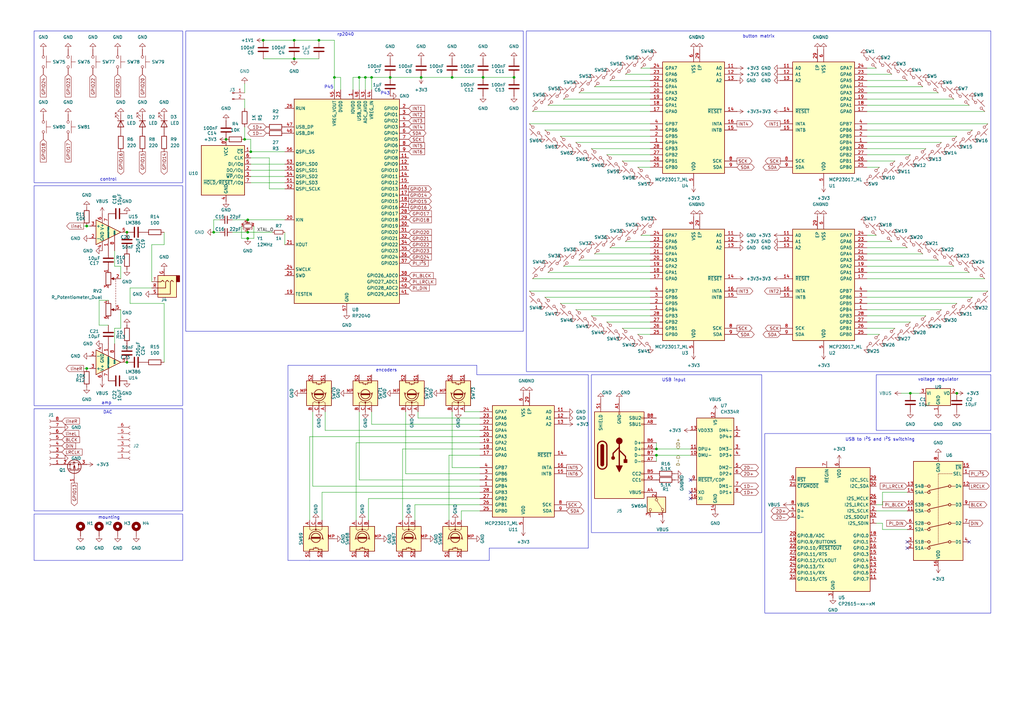
<source format=kicad_sch>
(kicad_sch (version 20250114) (generator "eeschema") (generator_version "9.0")
  (paper "A3")
  (rectangle (start 215.9 12.7) (end 406.4 152.4))
  (rectangle (start 13.97 12.7) (end 74.93 74.93))
  (rectangle (start 13.97 167.64) (end 74.93 209.55))
  (rectangle (start 242.57 153.67) (end 312.42 218.44))
  (rectangle (start 313.69 177.8) (end 406.4 251.46))
  (rectangle (start 13.97 210.82) (end 74.93 229.87))
  (rectangle (start 76.2 12.7) (end 214.63 135.89))
  (rectangle (start 13.97 76.2) (end 74.93 166.37))
  (rectangle (start 359.41 153.67) (end 406.4 176.53))
  (text "rp2040" (at 141.732 14.224 0) (effects (font (size 1.27 1.27))))
  (text "button matrix" (at 311.15 14.986 0) (effects (font (size 1.27 1.27))))
  (text "USB to I²S and I²S switching" (at 360.934 180.34 0) (effects (font (size 1.27 1.27))))
  (text "P43" (at 157.988 38.354 0) (effects (font (size 1.27 1.27))))
  (text "control" (at 44.45 73.66 0) (effects (font (size 1.27 1.27))))
  (text "amp" (at 43.688 165.354 0) (effects (font (size 1.27 1.27))))
  (text "mounting" (at 44.704 212.344 0) (effects (font (size 1.27 1.27))))
  (text "DAC" (at 44.196 169.164 0) (effects (font (size 1.27 1.27))))
  (text "encoders" (at 158.496 151.892 0) (effects (font (size 1.27 1.27))))
  (text "USB input" (at 276.352 155.956 0) (effects (font (size 1.27 1.27))))
  (text "voltage regulator" (at 384.81 155.702 0) (effects (font (size 1.27 1.27))))
  (text "P45" (at 134.874 35.814 0) (effects (font (size 1.27 1.27))))
  (junction (at 52.07 148.59))
  (junction (at 35.56 151.13))
  (junction (at 101.6 97.79))
  (junction (at 210.82 31.75))
  (junction (at 149.86 31.75))
  (junction (at 198.12 31.75))
  (junction (at 35.56 92.71))
  (junction (at 107.95 16.51))
  (junction (at 120.65 16.51))
  (junction (at 120.65 24.13))
  (junction (at 147.32 31.75))
  (junction (at 137.16 31.75))
  (junction (at 52.07 95.25))
  (junction (at 130.81 16.51))
  (junction (at 100.33 57.15))
  (junction (at 392.43 161.29))
  (junction (at 152.4 31.75))
  (junction (at 269.24 184.15))
  (junction (at 269.24 186.69))
  (junction (at 92.71 57.15))
  (junction (at 101.6 90.17))
  (junction (at 373.38 161.29))
  (junction (at 102.87 62.23))
  (junction (at 172.72 31.75))
  (junction (at 87.63 95.25))
  (junction (at 185.42 31.75))
  (junction (at 101.6 95.25))
  (junction (at 160.02 31.75))
  (no_connect (at 372.11 222.25))
  (no_connect (at 283.21 196.85))
  (no_connect (at 397.51 222.25))
  (no_connect (at 372.11 224.79))
  (no_connect (at 283.21 204.47))
  (no_connect (at 283.21 201.93))
  (wire (pts (xy 355.6 106.68) (xy 384.81 106.68)))
  (wire (pts (xy 266.7 33.02) (xy 250.19 33.02)))
  (wire (pts (xy 355.6 132.08) (xy 373.38 132.08)))
  (wire (pts (xy 184.15 186.69) (xy 184.15 213.36)))
  (wire (pts (xy 359.41 214.63) (xy 361.95 214.63)))
  (wire (pts (xy 355.6 68.58) (xy 360.68 68.58)))
  (wire (pts (xy 34.29 151.13) (xy 35.56 151.13)))
  (wire (pts (xy 355.6 60.96) (xy 379.73 60.96)))
  (wire (pts (xy 137.16 36.83) (xy 137.16 31.75)))
  (wire (pts (xy 160.02 31.75) (xy 172.72 31.75)))
  (wire (pts (xy 266.7 68.58) (xy 261.62 68.58)))
  (polyline (pts (xy 200.66 224.79) (xy 241.3 224.79)))
  (wire (pts (xy 100.33 40.64) (xy 100.33 44.45)))
  (wire (pts (xy 198.12 31.75) (xy 210.82 31.75)))
  (wire (pts (xy 102.87 67.31) (xy 116.84 67.31)))
  (polyline (pts (xy 241.3 224.79) (xy 241.3 153.67)))
  (wire (pts (xy 49.53 114.3) (xy 49.53 109.22)))
  (wire (pts (xy 355.6 35.56) (xy 378.46 35.56)))
  (wire (pts (xy 266.7 66.04) (xy 255.27 66.04)))
  (wire (pts (xy 359.41 207.01) (xy 361.95 207.01)))
  (wire (pts (xy 355.6 43.18) (xy 397.51 43.18)))
  (wire (pts (xy 170.18 213.36) (xy 170.18 207.01)))
  (wire (pts (xy 128.27 168.91) (xy 128.27 199.39)))
  (wire (pts (xy 190.5 168.91) (xy 196.85 168.91)))
  (wire (pts (xy 266.7 53.34) (xy 223.52 53.34)))
  (wire (pts (xy 170.18 207.01) (xy 196.85 207.01)))
  (wire (pts (xy 355.6 109.22) (xy 391.16 109.22)))
  (wire (pts (xy 104.14 92.71) (xy 104.14 97.79)))
  (wire (pts (xy 165.1 184.15) (xy 165.1 213.36)))
  (wire (pts (xy 355.6 30.48) (xy 365.76 30.48)))
  (wire (pts (xy 266.7 27.94) (xy 262.89 27.94)))
  (wire (pts (xy 269.24 186.69) (xy 283.21 186.69)))
  (wire (pts (xy 369.57 161.29) (xy 373.38 161.29)))
  (wire (pts (xy 355.6 119.38) (xy 405.13 119.38)))
  (wire (pts (xy 266.7 106.68) (xy 237.49 106.68)))
  (wire (pts (xy 373.38 161.29) (xy 377.19 161.29)))
  (wire (pts (xy 266.7 101.6) (xy 250.19 101.6)))
  (wire (pts (xy 266.7 45.72) (xy 218.44 45.72)))
  (wire (pts (xy 355.6 66.04) (xy 367.03 66.04)))
  (wire (pts (xy 266.7 40.64) (xy 231.14 40.64)))
  (wire (pts (xy 67.31 100.33) (xy 62.23 100.33)))
  (wire (pts (xy 40.64 133.35) (xy 40.64 123.19)))
  (wire (pts (xy 266.7 124.46) (xy 229.87 124.46)))
  (polyline (pts (xy 118.11 149.86) (xy 118.11 229.87)))
  (wire (pts (xy 46.99 140.97) (xy 46.99 134.62)))
  (wire (pts (xy 266.7 127) (xy 236.22 127)))
  (wire (pts (xy 355.6 101.6) (xy 372.11 101.6)))
  (wire (pts (xy 269.24 184.15) (xy 283.21 184.15)))
  (wire (pts (xy 102.87 69.85) (xy 116.84 69.85)))
  (wire (pts (xy 172.72 31.75) (xy 185.42 31.75)))
  (wire (pts (xy 144.78 31.75) (xy 147.32 31.75)))
  (wire (pts (xy 355.6 63.5) (xy 373.38 63.5)))
  (wire (pts (xy 100.33 34.29) (xy 100.33 38.1)))
  (wire (pts (xy 355.6 104.14) (xy 378.46 104.14)))
  (wire (pts (xy 355.6 111.76) (xy 397.51 111.76)))
  (wire (pts (xy 266.7 43.18) (xy 224.79 43.18)))
  (polyline (pts (xy 195.58 149.86) (xy 118.11 149.86)))
  (wire (pts (xy 266.7 129.54) (xy 242.57 129.54)))
  (wire (pts (xy 361.95 217.17) (xy 372.11 217.17)))
  (wire (pts (xy 127 213.36) (xy 127 179.07)))
  (wire (pts (xy 355.6 124.46) (xy 392.43 124.46)))
  (wire (pts (xy 53.34 124.46) (xy 53.34 118.11)))
  (wire (pts (xy 132.08 201.93) (xy 196.85 201.93)))
  (wire (pts (xy 355.6 33.02) (xy 372.11 33.02)))
  (wire (pts (xy 184.15 186.69) (xy 196.85 186.69)))
  (wire (pts (xy 101.6 97.79) (xy 104.14 97.79)))
  (wire (pts (xy 137.16 31.75) (xy 137.16 16.51)))
  (wire (pts (xy 99.06 97.79) (xy 101.6 97.79)))
  (wire (pts (xy 110.49 77.47) (xy 116.84 77.47)))
  (wire (pts (xy 101.6 90.17) (xy 116.84 90.17)))
  (wire (pts (xy 46.99 134.62) (xy 49.53 134.62)))
  (wire (pts (xy 185.42 31.75) (xy 198.12 31.75)))
  (wire (pts (xy 146.05 181.61) (xy 196.85 181.61)))
  (wire (pts (xy 355.6 40.64) (xy 391.16 40.64)))
  (wire (pts (xy 266.7 50.8) (xy 217.17 50.8)))
  (wire (pts (xy 266.7 104.14) (xy 243.84 104.14)))
  (wire (pts (xy 149.86 31.75) (xy 152.4 31.75)))
  (wire (pts (xy 44.45 133.35) (xy 40.64 133.35)))
  (wire (pts (xy 49.53 127) (xy 49.53 134.62)))
  (wire (pts (xy 144.78 36.83) (xy 144.78 31.75)))
  (wire (pts (xy 151.13 213.36) (xy 151.13 204.47)))
  (wire (pts (xy 166.37 194.31) (xy 196.85 194.31)))
  (wire (pts (xy 102.87 74.93) (xy 116.84 74.93)))
  (wire (pts (xy 266.7 55.88) (xy 229.87 55.88)))
  (wire (pts (xy 266.7 109.22) (xy 231.14 109.22)))
  (wire (pts (xy 266.7 119.38) (xy 217.17 119.38)))
  (wire (pts (xy 361.95 201.93) (xy 372.11 201.93)))
  (wire (pts (xy 110.49 64.77) (xy 110.49 77.47)))
  (polyline (pts (xy 241.3 153.67) (xy 195.58 153.67)))
  (wire (pts (xy 355.6 50.8) (xy 405.13 50.8)))
  (wire (pts (xy 147.32 31.75) (xy 149.86 31.75)))
  (wire (pts (xy 102.87 57.15) (xy 100.33 57.15)))
  (wire (pts (xy 171.45 171.45) (xy 196.85 171.45)))
  (wire (pts (xy 102.87 62.23) (xy 116.84 62.23)))
  (wire (pts (xy 90.17 90.17) (xy 87.63 90.17)))
  (wire (pts (xy 355.6 137.16) (xy 360.68 137.16)))
  (wire (pts (xy 361.95 214.63) (xy 361.95 217.17)))
  (wire (pts (xy 361.95 207.01) (xy 361.95 201.93)))
  (wire (pts (xy 166.37 168.91) (xy 166.37 194.31)))
  (wire (pts (xy 87.63 95.25) (xy 90.17 95.25)))
  (wire (pts (xy 67.31 124.46) (xy 53.34 124.46)))
  (wire (pts (xy 35.56 151.13) (xy 36.83 151.13)))
  (wire (pts (xy 266.7 134.62) (xy 255.27 134.62)))
  (wire (pts (xy 99.06 92.71) (xy 99.06 97.79)))
  (wire (pts (xy 266.7 99.06) (xy 256.54 99.06)))
  (wire (pts (xy 67.31 95.25) (xy 67.31 100.33)))
  (wire (pts (xy 95.25 95.25) (xy 101.6 95.25)))
  (wire (pts (xy 120.65 24.13) (xy 130.81 24.13)))
  (wire (pts (xy 355.6 121.92) (xy 398.78 121.92)))
  (wire (pts (xy 116.84 95.25) (xy 116.84 100.33)))
  (wire (pts (xy 152.4 31.75) (xy 160.02 31.75)))
  (wire (pts (xy 100.33 52.07) (xy 100.33 57.15)))
  (wire (pts (xy 151.13 204.47) (xy 196.85 204.47)))
  (wire (pts (xy 107.95 24.13) (xy 120.65 24.13)))
  (wire (pts (xy 189.23 209.55) (xy 196.85 209.55)))
  (wire (pts (xy 266.7 38.1) (xy 237.49 38.1)))
  (wire (pts (xy 269.24 181.61) (xy 269.24 184.15)))
  (wire (pts (xy 152.4 173.99) (xy 196.85 173.99)))
  (wire (pts (xy 266.7 35.56) (xy 243.84 35.56)))
  (wire (pts (xy 46.99 102.87) (xy 46.99 109.22)))
  (wire (pts (xy 133.35 168.91) (xy 133.35 176.53)))
  (wire (pts (xy 137.16 16.51) (xy 130.81 16.51)))
  (polyline (pts (xy 127 229.87) (xy 200.66 229.87)))
  (wire (pts (xy 146.05 213.36) (xy 146.05 181.61)))
  (wire (pts (xy 147.32 31.75) (xy 147.32 36.83)))
  (wire (pts (xy 266.7 58.42) (xy 236.22 58.42)))
  (wire (pts (xy 355.6 114.3) (xy 403.86 114.3)))
  (wire (pts (xy 171.45 168.91) (xy 171.45 171.45)))
  (wire (pts (xy 266.7 132.08) (xy 248.92 132.08)))
  (wire (pts (xy 152.4 168.91) (xy 152.4 173.99)))
  (wire (pts (xy 266.7 121.92) (xy 223.52 121.92)))
  (wire (pts (xy 152.4 31.75) (xy 152.4 36.83)))
  (wire (pts (xy 266.7 114.3) (xy 218.44 114.3)))
  (wire (pts (xy 185.42 191.77) (xy 196.85 191.77)))
  (wire (pts (xy 101.6 95.25) (xy 111.76 95.25)))
  (wire (pts (xy 40.64 123.19) (xy 44.45 123.19)))
  (wire (pts (xy 133.35 176.53) (xy 196.85 176.53)))
  (wire (pts (xy 102.87 64.77) (xy 110.49 64.77)))
  (wire (pts (xy 165.1 184.15) (xy 196.85 184.15)))
  (wire (pts (xy 34.29 92.71) (xy 35.56 92.71)))
  (wire (pts (xy 189.23 213.36) (xy 189.23 209.55)))
  (wire (pts (xy 355.6 53.34) (xy 398.78 53.34)))
  (wire (pts (xy 35.56 92.71) (xy 36.83 92.71)))
  (wire (pts (xy 355.6 27.94) (xy 359.41 27.94)))
  (wire (pts (xy 95.25 90.17) (xy 101.6 90.17)))
  (wire (pts (xy 139.7 36.83) (xy 139.7 31.75)))
  (wire (pts (xy 53.34 118.11) (xy 62.23 118.11)))
  (wire (pts (xy 46.99 109.22) (xy 49.53 109.22)))
  (wire (pts (xy 355.6 129.54) (xy 379.73 129.54)))
  (wire (pts (xy 355.6 58.42) (xy 386.08 58.42)))
  (wire (pts (xy 102.87 72.39) (xy 116.84 72.39)))
  (polyline (pts (xy 195.58 153.67) (xy 195.58 149.86)))
  (wire (pts (xy 266.7 137.16) (xy 261.62 137.16)))
  (wire (pts (xy 355.6 45.72) (xy 403.86 45.72)))
  (wire (pts (xy 355.6 55.88) (xy 392.43 55.88)))
  (wire (pts (xy 269.24 189.23) (xy 269.24 186.69)))
  (wire (pts (xy 355.6 127) (xy 386.08 127)))
  (wire (pts (xy 128.27 199.39) (xy 196.85 199.39)))
  (wire (pts (xy 139.7 31.75) (xy 137.16 31.75)))
  (wire (pts (xy 132.08 213.36) (xy 132.08 201.93)))
  (wire (pts (xy 355.6 38.1) (xy 384.81 38.1)))
  (wire (pts (xy 359.41 209.55) (xy 372.11 209.55)))
  (wire (pts (xy 266.7 111.76) (xy 224.79 111.76)))
  (wire (pts (xy 266.7 30.48) (xy 256.54 30.48)))
  (wire (pts (xy 130.81 16.51) (xy 120.65 16.51)))
  (wire (pts (xy 185.42 168.91) (xy 185.42 191.77)))
  (wire (pts (xy 67.31 148.59) (xy 67.31 124.46)))
  (polyline (pts (xy 118.11 229.87) (xy 127 229.87)))
  (wire (pts (xy 266.7 60.96) (xy 242.57 60.96)))
  (wire (pts (xy 102.87 62.23) (xy 102.87 57.15)))
  (wire (pts (xy 127 179.07) (xy 196.85 179.07)))
  (wire (pts (xy 62.23 100.33) (xy 62.23 115.57)))
  (wire (pts (xy 147.32 168.91) (xy 147.32 196.85)))
  (wire (pts (xy 355.6 134.62) (xy 367.03 134.62)))
  (wire (pts (xy 355.6 96.52) (xy 359.41 96.52)))
  (wire (pts (xy 355.6 99.06) (xy 365.76 99.06)))
  (polyline (pts (xy 200.66 229.87) (xy 200.66 224.79)))
  (wire (pts (xy 266.7 96.52) (xy 262.89 96.52)))
  (wire (pts (xy 147.32 196.85) (xy 196.85 196.85)))
  (wire (pts (xy 87.63 90.17) (xy 87.63 95.25)))
  (wire (pts (xy 149.86 31.75) (xy 149.86 36.83)))
  (wire (pts (xy 120.65 16.51) (xy 107.95 16.51)))
  (wire (pts (xy 266.7 63.5) (xy 248.92 63.5)))
  (label "XTAL_O" (at 105.41 95.25 0))
  (global_label "INT6" (shape output) (at 232.41 194.31 0) (property "Intersheetrefs" "${INTERSHEET_REFS}" (effects (hide yes))))
  (global_label "SDA" (shape bidirectional) (at 320.04 68.58 180) (property "Intersheetrefs" "${INTERSHEET_REFS}" (effects (hide yes))))
  (global_label "INT4" (shape input) (at 167.64 52.07 0) (property "Intersheetrefs" "${INTERSHEET_REFS}" (effects (hide yes))))
  (global_label "GPIO13" (shape output) (at 30.48 198.12 270) (property "Intersheetrefs" "${INTERSHEET_REFS}" (effects (hide yes))))
  (global_label "SDA" (shape bidirectional) (at 232.41 209.55 0) (property "Intersheetrefs" "${INTERSHEET_REFS}" (effects (hide yes))))
  (global_label "lineR" (shape input) (at 25.4 172.72 0) (property "Intersheetrefs" "${INTERSHEET_REFS}" (effects (hide yes))))
  (global_label "GPIO13" (shape output) (at 167.64 77.47 0) (property "Intersheetrefs" "${INTERSHEET_REFS}" (effects (hide yes))))
  (global_label "GPIO23" (shape input) (at 167.64 102.87 0) (property "Intersheetrefs" "${INTERSHEET_REFS}" (effects (hide yes))))
  (global_label "GPIO22" (shape input) (at 167.64 100.33 0) (property "Intersheetrefs" "${INTERSHEET_REFS}" (effects (hide yes))))
  (global_label "GPIO24" (shape input) (at 167.64 105.41 0) (property "Intersheetrefs" "${INTERSHEET_REFS}" (effects (hide yes))))
  (global_label "GPIO21" (shape input) (at 167.64 97.79 0) (property "Intersheetrefs" "${INTERSHEET_REFS}" (effects (hide yes))))
  (global_label "GPIO20" (shape input) (at 167.64 95.25 0) (property "Intersheetrefs" "${INTERSHEET_REFS}" (effects (hide yes))))
  (global_label "GPIO17" (shape input) (at 167.64 87.63 0) (property "Intersheetrefs" "${INTERSHEET_REFS}" (effects (hide yes))))
  (global_label "GPIO18" (shape input) (at 167.64 90.17 0) (property "Intersheetrefs" "${INTERSHEET_REFS}" (effects (hide yes))))
  (global_label "2D-" (shape bidirectional) (at 303.53 191.77 0) (property "Intersheetrefs" "${INTERSHEET_REFS}" (effects (hide yes))))
  (global_label "SCK" (shape output) (at 302.26 134.62 0) (property "Intersheetrefs" "${INTERSHEET_REFS}" (effects (hide yes))))
  (global_label "DIN" (shape output) (at 397.51 214.63 0) (property "Intersheetrefs" "${INTERSHEET_REFS}" (effects (hide yes))))
  (global_label "2D+" (shape bidirectional) (at 323.85 209.55 180) (property "Intersheetrefs" "${INTERSHEET_REFS}" (effects (hide yes))))
  (global_label "PI_LRCLK" (shape input) (at 167.64 115.57 0) (property "Intersheetrefs" "${INTERSHEET_REFS}" (effects (hide yes))))
  (global_label "PI_I²S" (shape input) (at 167.64 107.95 0) (property "Intersheetrefs" "${INTERSHEET_REFS}" (effects (hide yes))))
  (global_label "INT5" (shape output) (at 232.41 191.77 0) (property "Intersheetrefs" "${INTERSHEET_REFS}" (effects (hide yes))))
  (global_label "BLCK" (shape input) (at 25.4 180.34 0) (property "Intersheetrefs" "${INTERSHEET_REFS}" (effects (hide yes))))
  (global_label "SDA" (shape bidirectional) (at 302.26 137.16 0) (property "Intersheetrefs" "${INTERSHEET_REFS}" (effects (hide yes))))
  (global_label "1D+" (shape bidirectional) (at 303.53 201.93 0) (property "Intersheetrefs" "${INTERSHEET_REFS}" (effects (hide yes))))
  (global_label "lineL" (shape input) (at 25.4 177.8 0) (property "Intersheetrefs" "${INTERSHEET_REFS}" (effects (hide yes))))
  (global_label "INT2" (shape output) (at 320.04 119.38 180) (property "Intersheetrefs" "${INTERSHEET_REFS}" (effects (hide yes))))
  (global_label "LRCLK" (shape output) (at 397.51 199.39 0) (property "Intersheetrefs" "${INTERSHEET_REFS}" (effects (hide yes))))
  (global_label "GPIO18" (shape input) (at 17.78 57.15 270) (property "Intersheetrefs" "${INTERSHEET_REFS}" (effects (hide yes))))
  (global_label "GPIO14" (shape output) (at 67.31 62.23 270) (property "Intersheetrefs" "${INTERSHEET_REFS}" (effects (hide yes))))
  (global_label "GPIO15" (shape output) (at 58.42 62.23 270) (property "Intersheetrefs" "${INTERSHEET_REFS}" (effects (hide yes))))
  (global_label "GPIO16" (shape output) (at 49.53 62.23 270) (property "Intersheetrefs" "${INTERSHEET_REFS}" (effects (hide yes))))
  (global_label "GPIO17" (shape input) (at 27.94 57.15 270) (property "Intersheetrefs" "${INTERSHEET_REFS}" (effects (hide yes))))
  (global_label "PI_I²S" (shape output) (at 397.51 194.31 0) (property "Intersheetrefs" "${INTERSHEET_REFS}" (effects (hide yes))))
  (global_label "INT3" (shape input) (at 167.64 49.53 0) (property "Intersheetrefs" "${INTERSHEET_REFS}" (effects (hide yes))))
  (global_label "1D+" (shape bidirectional) (at 109.22 52.07 180) (property "Intersheetrefs" "${INTERSHEET_REFS}" (effects (hide yes))))
  (global_label "BLCK" (shape output) (at 397.51 207.01 0) (property "Intersheetrefs" "${INTERSHEET_REFS}" (effects (hide yes))))
  (global_label "2D-" (shape bidirectional) (at 323.85 212.09 180) (property "Intersheetrefs" "${INTERSHEET_REFS}" (effects (hide yes))))
  (global_label "SCK" (shape output) (at 302.26 66.04 0) (property "Intersheetrefs" "${INTERSHEET_REFS}" (effects (hide yes))))
  (global_label "PI_BLCK" (shape input) (at 167.64 113.03 0) (property "Intersheetrefs" "${INTERSHEET_REFS}" (effects (hide yes))))
  (global_label "INT4" (shape output) (at 302.26 50.8 0) (property "Intersheetrefs" "${INTERSHEET_REFS}" (effects (hide yes))))
  (global_label "INT1" (shape output) (at 320.04 50.8 180) (property "Intersheetrefs" "${INTERSHEET_REFS}" (effects (hide yes))))
  (global_label "SCK" (shape input) (at 167.64 57.15 0) (property "Intersheetrefs" "${INTERSHEET_REFS}" (effects (hide yes))))
  (global_label "SCK" (shape output) (at 232.41 207.01 0) (property "Intersheetrefs" "${INTERSHEET_REFS}" (effects (hide yes))))
  (global_label "INT2" (shape input) (at 167.64 46.99 0) (property "Intersheetrefs" "${INTERSHEET_REFS}" (effects (hide yes))))
  (global_label "INT6" (shape input) (at 167.64 62.23 0) (property "Intersheetrefs" "${INTERSHEET_REFS}" (effects (hide yes))))
  (global_label "INT1" (shape input) (at 167.64 44.45 0) (property "Intersheetrefs" "${INTERSHEET_REFS}" (effects (hide yes))))
  (global_label "PI_BLCK" (shape input) (at 372.11 207.01 180) (property "Intersheetrefs" "${INTERSHEET_REFS}" (effects (hide yes))))
  (global_label "SDA" (shape bidirectional) (at 302.26 68.58 0) (property "Intersheetrefs" "${INTERSHEET_REFS}" (effects (hide yes))))
  (global_label "PI_LRCLK" (shape input) (at 372.11 199.39 180) (property "Intersheetrefs" "${INTERSHEET_REFS}" (effects (hide yes))))
  (global_label "GPIO14" (shape output) (at 167.64 80.01 0) (property "Intersheetrefs" "${INTERSHEET_REFS}" (effects (hide yes))))
  (global_label "GPIO15" (shape output) (at 167.64 82.55 0) (property "Intersheetrefs" "${INTERSHEET_REFS}" (effects (hide yes))))
  (global_label "GPIO16" (shape output) (at 167.64 85.09 0) (property "Intersheetrefs" "${INTERSHEET_REFS}" (effects (hide yes))))
  (global_label "1D-" (shape bidirectional) (at 303.53 199.39 0) (property "Intersheetrefs" "${INTERSHEET_REFS}" (effects (hide yes))))
  (global_label "INT3" (shape output) (at 302.26 119.38 0) (property "Intersheetrefs" "${INTERSHEET_REFS}" (effects (hide yes))))
  (global_label "1D-" (shape bidirectional) (at 109.22 54.61 180) (property "Intersheetrefs" "${INTERSHEET_REFS}" (effects (hide yes))))
  (global_label "GPIO21" (shape input) (at 48.26 30.48 270) (property "Intersheetrefs" "${INTERSHEET_REFS}" (effects (hide yes))))
  (global_label "GPIO22" (shape input) (at 38.1 30.48 270) (property "Intersheetrefs" "${INTERSHEET_REFS}" (effects (hide yes))))
  (global_label "GPIO23" (shape input) (at 27.94 30.48 270) (property "Intersheetrefs" "${INTERSHEET_REFS}" (effects (hide yes))))
  (global_label "GPIO24" (shape input) (at 17.78 30.48 270) (property "Intersheetrefs" "${INTERSHEET_REFS}" (effects (hide yes))))
  (global_label "GPIO20" (shape input) (at 58.42 30.48 270) (property "Intersheetrefs" "${INTERSHEET_REFS}" (effects (hide yes))))
  (global_label "2D+" (shape bidirectional) (at 303.53 194.31 0) (property "Intersheetrefs" "${INTERSHEET_REFS}" (effects (hide yes))))
  (global_label "SCK" (shape output) (at 320.04 66.04 180) (property "Intersheetrefs" "${INTERSHEET_REFS}" (effects (hide yes))))
  (global_label "PI_DIN" (shape input) (at 167.64 118.11 0) (property "Intersheetrefs" "${INTERSHEET_REFS}" (effects (hide yes))))
  (global_label "lineR" (shape output) (at 34.29 151.13 180) (property "Intersheetrefs" "${INTERSHEET_REFS}" (effects (hide yes))))
  (global_label "INT5" (shape input) (at 167.64 59.69 0) (property "Intersheetrefs" "${INTERSHEET_REFS}" (effects (hide yes))))
  (global_label "LRCLK" (shape input) (at 25.4 185.42 0) (property "Intersheetrefs" "${INTERSHEET_REFS}" (effects (hide yes))))
  (global_label "DIN" (shape input) (at 25.4 182.88 0) (property "Intersheetrefs" "${INTERSHEET_REFS}" (effects (hide yes))))
  (global_label "SCK" (shape output) (at 320.04 134.62 180) (property "Intersheetrefs" "${INTERSHEET_REFS}" (effects (hide yes))))
  (global_label "SDA" (shape bidirectional) (at 167.64 54.61 0) (property "Intersheetrefs" "${INTERSHEET_REFS}" (effects (hide yes))))
  (global_label "SDA" (shape bidirectional) (at 320.04 137.16 180) (property "Intersheetrefs" "${INTERSHEET_REFS}" (effects (hide yes))))
  (global_label "lineL" (shape output) (at 34.29 92.71 180) (property "Intersheetrefs" "${INTERSHEET_REFS}" (effects (hide yes))))
  (global_label "PI_DIN" (shape input) (at 372.11 214.63 180) (property "Intersheetrefs" "${INTERSHEET_REFS}" (effects (hide yes))))
  (hierarchical_label "D-" (shape input) (at 278.13 186.69 270))
  (hierarchical_label "D+" (shape input) (at 278.13 184.15 90))
  (symbol (lib_id "power:GND") (at 236.22 35.56 0) (mirror x) (unit 1)
    (property "Reference" "#PWR090" (effects (hide yes)))
    (property "Value" "GND" (effects (hide yes)))
    (property "Description" "Power symbol creates a global label with name \"GND\" , ground" (effects (hide yes)))
  )
  (symbol (lib_id "Switch:SW_Push_45deg") (at 388.62 38.1 0) (unit 1)
    (property "Reference" "SW6" (at 388.62 33.782 0))
    (property "Footprint" "Button_Switch_Keyboard:SW_Cherry_MX_1.00u_PCB" (effects (hide yes)))
    (property "Description" "Push button switch, normally open, two pins, 45° tilted" (effects (hide yes)))
  )
  (symbol (lib_id "Device:C") (at 120.65 20.32 0) (unit 1)
    (property "Reference" "C4" (at 116.84 21.5901 0) (effects (justify right)))
    (property "Value" "100nF" (at 117.348 19.558 0) (effects (justify right)))
    (property "Footprint" "Capacitor_SMD:C_0805_2012Metric" (effects (hide yes)))
    (property "Description" "Unpolarized capacitor" (effects (hide yes)))
    (property "LCSC Part" "C476766" (effects (hide yes)))
  )
  (symbol (lib_id "Connector:Conn_01x08_Socket") (at 20.32 182.88 180) (unit 1)
    (property "Reference" "J1" (at 20.955 170.18 0))
    (property "Value" "Conn_01x08_Socket" (effects (hide yes)))
    (property "Footprint" "Connector_PinHeader_2.54mm:PinHeader_1x08_P2.54mm_Vertical" (effects (hide yes)))
    (property "Description" "Generic connector, single row, 01x08, script generated" (effects (hide yes)))
    (property "LCSC part" "C492407" (effects (hide yes)))
  )
  (symbol (lib_id "Switch:SW_Push_45deg") (at 226.06 124.46 180) (unit 1)
    (property "Reference" "SW47" (at 226.06 128.778 0))
    (property "Footprint" "Button_Switch_Keyboard:SW_Cherry_MX_1.00u_PCB" (effects (hide yes)))
    (property "Description" "Push button switch, normally open, two pins, 45° tilted" (effects (hide yes)))
  )
  (symbol (lib_id "Memory_Flash:W25Q128JVS") (at 92.71 69.85 0) (mirror y) (unit 1)
    (property "Reference" "U10" (at 81.28 71.1201 0) (effects (justify left)))
    (property "Value" "W25Q128JVS" (effects (hide yes)))
    (property "Footprint" "Package_SO:SOIC-8_5.3x5.3mm_P1.27mm" (effects (hide yes)))
    (property "Datasheet" "https://www.winbond.com/resource-files/w25q128jv_dtr%20revc%2003272018%20plus.pdf" (effects (hide yes)))
    (property "Description" "128Mbit / 16MiB Serial Flash Memory, Standard/Dual/Quad SPI, 2.7-3.6V, SOIC-8" (effects (hide yes)))
    (property "LCSC Part" "C97521" (effects (hide yes)))
  )
  (symbol (lib_id "power:GND") (at 393.7 58.42 0) (mirror y) (unit 1)
    (property "Reference" "#PWR018" (effects (hide yes)))
    (property "Value" "GND" (effects (hide yes)))
    (property "Description" "Power symbol creates a global label with name \"GND\" , ground" (effects (hide yes)))
  )
  (symbol (lib_id "power:GND") (at 341.63 245.11 0) (unit 1)
    (property "Reference" "#PWR097" (effects (hide yes)))
    (property "Value" "GND" (at 341.63 250.19 0))
    (property "Description" "Power symbol creates a global label with name \"GND\" , ground" (effects (hide yes)))
  )
  (symbol (lib_id "power:+3V3") (at 337.82 76.2 0) (mirror x) (unit 1)
    (property "Reference" "#PWR020" (effects (hide yes)))
    (property "Value" "+3V3" (at 337.82 81.28 0))
    (property "Description" "Power symbol creates a global label with name \"+3V3\"" (effects (hide yes)))
  )
  (symbol (lib_id "Switch:SW_Push_45deg") (at 220.98 111.76 0) (mirror y) (unit 1)
    (property "Reference" "SW40" (at 220.98 107.442 0))
    (property "Footprint" "Button_Switch_Keyboard:SW_Cherry_MX_1.00u_PCB" (effects (hide yes)))
    (property "Description" "Push button switch, normally open, two pins, 45° tilted" (effects (hide yes)))
  )
  (symbol (lib_id "power:GND") (at 387.35 129.54 0) (mirror y) (unit 1)
    (property "Reference" "#PWR045" (effects (hide yes)))
    (property "Value" "GND" (effects (hide yes)))
    (property "Description" "Power symbol creates a global label with name \"GND\" , ground" (effects (hide yes)))
  )
  (symbol (lib_id "power:GND") (at 62.23 120.65 270) (unit 1)
    (property "Reference" "#PWR0177" (effects (hide yes)))
    (property "Value" "GND" (at 58.42 120.6501 90) (effects (justify right)))
    (property "Description" "Power symbol creates a global label with name \"GND\" , ground" (effects (hide yes)))
  )
  (symbol (lib_id "Switch:SW_Push_45deg") (at 394.97 109.22 0) (unit 1)
    (property "Reference" "SW23" (at 394.97 104.902 0))
    (property "Footprint" "Button_Switch_Keyboard:SW_Cherry_MX_1.00u_PCB" (effects (hide yes)))
    (property "Description" "Push button switch, normally open, two pins, 45° tilted" (effects (hide yes)))
  )
  (symbol (lib_id "Switch:SW_Push_45deg") (at 232.41 58.42 180) (unit 1)
    (property "Reference" "SW62" (at 232.41 62.738 0))
    (property "Footprint" "Button_Switch_Keyboard:SW_Cherry_MX_1.00u_PCB" (effects (hide yes)))
    (property "Description" "Push button switch, normally open, two pins, 45° tilted" (effects (hide yes)))
  )
  (symbol (lib_id "Switch:SW_Push") (at 58.42 25.4 270) (unit 1)
    (property "Reference" "SW79" (at 62.23 25.3999 90) (effects (justify left)))
    (property "Value" "SW_Push" (effects (hide yes)))
    (property "Footprint" "Button_Switch_Keyboard:SW_Cherry_MX_1.00u_PCB" (effects (hide yes)))
    (property "Description" "Push button switch, generic, two pins" (effects (hide yes)))
  )
  (symbol (lib_id "power:GND") (at 260.35 139.7 0) (unit 1)
    (property "Reference" "#PWR060" (effects (hide yes)))
    (property "Value" "GND" (effects (hide yes)))
    (property "Description" "Power symbol creates a global label with name \"GND\" , ground" (effects (hide yes)))
  )
  (symbol (lib_id "power:GND") (at 52.07 156.21 0) (mirror y) (unit 1)
    (property "Reference" "#PWR0172" (effects (hide yes)))
    (property "Value" "GND" (at 52.07 161.29 0))
    (property "Description" "Power symbol creates a global label with name \"GND\" , ground" (effects (hide yes)))
  )
  (symbol (lib_id "Interface_Expansion:MCP23017_ML") (at 284.48 116.84 180) (unit 1)
    (property "Reference" "U3" (at 282.3367 144.78 0) (effects (justify left)))
    (property "Value" "MCP23017_ML" (at 282.3367 142.24 0) (effects (justify left)))
    (property "Footprint" "Package_DFN_QFN:QFN-28-1EP_6x6mm_P0.65mm_EP4.25x4.25mm" (effects (hide yes)))
    (property "Datasheet" "https://ww1.microchip.com/downloads/aemDocuments/documents/APID/ProductDocuments/DataSheets/MCP23017-Data-Sheet-DS20001952.pdf" (effects (hide yes)))
    (property "Description" "16-bit I/O expander, I2C, interrupts, w pull-ups, GPA/B7 output only (https://microchip.my.site.com/s/article/GPA7---GPB7-Cannot-Be-Used-as-Inputs-In-MCP23017), QFN-28" (effects (hide yes)))
    (property "LCSC Part" "C639770" (effects (hide yes)))
  )
  (symbol (lib_id "power:GND") (at 367.03 27.94 180) (unit 1)
    (property "Reference" "#PWR06" (effects (hide yes)))
    (property "Value" "GND" (effects (hide yes)))
    (property "Description" "Power symbol creates a global label with name \"GND\" , ground" (effects (hide yes)))
  )
  (symbol (lib_id "Device:C") (at 107.95 20.32 0) (unit 1)
    (property "Reference" "C5" (at 104.14 21.5901 0) (effects (justify right)))
    (property "Value" "100nF" (at 104.648 19.558 0) (effects (justify right)))
    (property "Footprint" "Capacitor_SMD:C_0805_2012Metric" (effects (hide yes)))
    (property "Description" "Unpolarized capacitor" (effects (hide yes)))
    (property "LCSC Part" "C476766" (effects (hide yes)))
  )
  (symbol (lib_id "power:GND") (at 130.81 168.91 0) (mirror y) (unit 1)
    (property "Reference" "#PWR0145" (effects (hide yes)))
    (property "Value" "GND" (at 130.81 171.45 90) (effects (justify right)))
    (property "Description" "Power symbol creates a global label with name \"GND\" , ground" (effects (hide yes)))
  )
  (symbol (lib_id "power:GND") (at 156.21 220.98 90) (mirror x) (unit 1)
    (property "Reference" "#PWR0152" (effects (hide yes)))
    (property "Value" "GND" (at 159.766 220.98 0))
    (property "Description" "Power symbol creates a global label with name \"GND\" , ground" (effects (hide yes)))
  )
  (symbol (lib_id "Device:RotaryEncoder_Switch_MP") (at 129.54 220.98 90) (mirror x) (unit 1)
    (property "Reference" "SW69" (at 123.444 220.98 0))
    (property "Value" "RotaryEncoder_Switch_MP" (effects (hide yes)))
    (property "Footprint" "Rotary_Encoder:RotaryEncoder_Alps_EC11E-Switch_Vertical_H20mm_MountingHoles" (effects (hide yes)))
    (property "Description" "Rotary encoder, dual channel, incremental quadrate outputs, with switch and MP Pin" (effects (hide yes)))
    (property "LCSC Part" "C202365" (effects (hide yes)))
  )
  (symbol (lib_id "power:GND") (at 186.69 213.36 0) (mirror x) (unit 1)
    (property "Reference" "#PWR0148" (effects (hide yes)))
    (property "Value" "GND" (at 186.69 210.82 90) (effects (justify right)))
    (property "Description" "Power symbol creates a global label with name \"GND\" , ground" (effects (hide yes)))
  )
  (symbol (lib_id "power:+1V1") (at 107.95 16.51 90) (unit 1)
    (property "Reference" "#PWR0108" (effects (hide yes)))
    (property "Value" "+1V1" (at 104.14 16.5099 90) (effects (justify left)))
    (property "Description" "Power symbol creates a global label with name \"+1V1\"" (effects (hide yes)))
  )
  (symbol (lib_id "power:GND") (at 168.91 168.91 0) (mirror y) (unit 1)
    (property "Reference" "#PWR0139" (effects (hide yes)))
    (property "Value" "GND" (at 168.91 171.45 90) (effects (justify right)))
    (property "Description" "Power symbol creates a global label with name \"GND\" , ground" (effects (hide yes)))
  )
  (symbol (lib_id "power:GND") (at 87.63 95.25 270) (unit 1)
    (property "Reference" "#PWR0126" (effects (hide yes)))
    (property "Value" "GND" (at 83.82 95.2499 90) (effects (justify right)))
  )
  (symbol (lib_id "power:GND") (at 198.12 39.37 0) (unit 1)
    (property "Reference" "#PWR0120" (effects (hide yes)))
    (property "Value" "GND" (at 198.12 44.45 0))
    (property "Description" "Power symbol creates a global label with name \"GND\" , ground" (effects (hide yes)))
  )
  (symbol (lib_id "Device:C") (at 172.72 27.94 0) (unit 1)
    (property "Reference" "C8" (at 168.91 29.2101 0) (effects (justify right)))
    (property "Value" "100nF" (at 169.418 27.178 0) (effects (justify right)))
    (property "Footprint" "Capacitor_SMD:C_0805_2012Metric" (effects (hide yes)))
    (property "Description" "Unpolarized capacitor" (effects (hide yes)))
    (property "LCSC Part" "C476766" (effects (hide yes)))
  )
  (symbol (lib_id "Device:C") (at 48.26 156.21 270) (mirror x) (unit 1)
    (property "Reference" "C22" (at 46.9899 160.02 0) (effects (justify right)))
    (property "Value" "10µF" (at 49.022 159.512 0) (effects (justify right)))
    (property "Footprint" "Capacitor_SMD:C_0805_2012Metric" (effects (hide yes)))
    (property "Description" "Unpolarized capacitor" (effects (hide yes)))
    (property "LCSC Part" "C15850" (effects (hide yes)))
  )
  (symbol (lib_id "Device:LED") (at 58.42 50.8 270) (unit 1)
    (property "Reference" "D2" (at 60.96 47.9424 90) (effects (justify left)))
    (property "Value" "LED" (at 60.96 50.4824 90) (effects (justify left)))
    (property "Footprint" "LED_THT:LED_D3.0mm" (effects (hide yes)))
    (property "Description" "Light emitting diode" (effects (hide yes)))
    (property "Sim.Pins" "1=K 2=A" (effects (hide yes)))
    (property "LCSC Part" "C3028820" (effects (hide yes)))
  )
  (symbol (lib_id "power:+3V3") (at 302.26 27.94 270) (mirror x) (unit 1)
    (property "Reference" "#PWR076" (effects (hide yes)))
    (property "Value" "+3V3" (at 306.07 27.9401 90) (effects (justify left)))
    (property "Description" "Power symbol creates a global label with name \"+3V3\"" (effects (hide yes)))
  )
  (symbol (lib_id "Switch:SW_Push_45deg") (at 227.33 109.22 0) (mirror y) (unit 1)
    (property "Reference" "SW39" (at 227.33 104.902 0))
    (property "Footprint" "Button_Switch_Keyboard:SW_Cherry_MX_1.00u_PCB" (effects (hide yes)))
    (property "Description" "Push button switch, normally open, two pins, 45° tilted" (effects (hide yes)))
  )
  (symbol (lib_id "Device:C") (at 92.71 53.34 0) (unit 1)
    (property "Reference" "C14" (at 88.9 54.6101 0) (effects (justify right)))
    (property "Value" "100nF" (at 89.408 52.578 0) (effects (justify right)))
    (property "Footprint" "Capacitor_SMD:C_0805_2012Metric" (effects (hide yes)))
    (property "Description" "Unpolarized capacitor" (effects (hide yes)))
    (property "LCSC Part" "C476766" (effects (hide yes)))
  )
  (symbol (lib_id "power:GND") (at 400.05 55.88 0) (mirror y) (unit 1)
    (property "Reference" "#PWR019" (effects (hide yes)))
    (property "Value" "GND" (effects (hide yes)))
    (property "Description" "Power symbol creates a global label with name \"GND\" , ground" (effects (hide yes)))
  )
  (symbol (lib_id "power:GND") (at 368.3 137.16 0) (mirror y) (unit 1)
    (property "Reference" "#PWR039" (effects (hide yes)))
    (property "Value" "GND" (effects (hide yes)))
    (property "Description" "Power symbol creates a global label with name \"GND\" , ground" (effects (hide yes)))
  )
  (symbol (lib_id "power:GND") (at 228.6 58.42 0) (unit 1)
    (property "Reference" "#PWR093" (effects (hide yes)))
    (property "Value" "GND" (effects (hide yes)))
    (property "Description" "Power symbol creates a global label with name \"GND\" , ground" (effects (hide yes)))
  )
  (symbol (lib_id "power:GND") (at 27.94 46.99 180) (unit 1)
    (property "Reference" "#PWR0153" (effects (hide yes)))
    (property "Value" "GND" (at 27.94 41.91 0))
    (property "Description" "Power symbol creates a global label with name \"GND\" , ground" (effects (hide yes)))
  )
  (symbol (lib_id "Device:R") (at 113.03 54.61 270) (mirror x) (unit 1)
    (property "Reference" "R3" (at 113.03 60.96 90))
    (property "Value" "27" (at 113.03 58.42 90))
    (property "Footprint" "Resistor_SMD:R_0402_1005Metric" (effects (hide yes)))
    (property "Description" "Resistor" (effects (hide yes)))
    (property "LCSC Part" "C138021" (effects (hide yes)))
  )
  (symbol (lib_id "Interface_USB:CP2615-xx-xM") (at 341.63 217.17 0) (unit 1)
    (property "Reference" "U5" (at 343.7733 245.11 0) (effects (justify left)))
    (property "Value" "CP2615-xx-xM" (at 343.7733 247.65 0) (effects (justify left)))
    (property "Footprint" "Package_DFN_QFN:QFN-32-1EP_5x5mm_P0.5mm_EP3.3x3.3mm" (effects (hide yes)))
    (property "Datasheet" "https://www.silabs.com/documents/public/data-sheets/cp2615-datasheet.pdf" (effects (hide yes)))
    (property "Description" "USB to I2S bridge, USB 1.0 Audio Class, QFN-32" (effects (hide yes)))
    (property "LCSC Part" "C1521596" (effects (hide yes)))
  )
  (symbol (lib_id "power:GND") (at 254 137.16 0) (unit 1)
    (property "Reference" "#PWR062" (effects (hide yes)))
    (property "Value" "GND" (effects (hide yes)))
    (property "Description" "Power symbol creates a global label with name \"GND\" , ground" (effects (hide yes)))
  )
  (symbol (lib_id "power:GND") (at 266.7 73.66 0) (unit 1)
    (property "Reference" "#PWR081" (effects (hide yes)))
    (property "Value" "GND" (effects (hide yes)))
    (property "Description" "Power symbol creates a global label with name \"GND\" , ground" (effects (hide yes)))
  )
  (symbol (lib_id "power:GND") (at 379.73 101.6 180) (unit 1)
    (property "Reference" "#PWR042" (effects (hide yes)))
    (property "Value" "GND" (effects (hide yes)))
    (property "Description" "Power symbol creates a global label with name \"GND\" , ground" (effects (hide yes)))
  )
  (symbol (lib_id "power:GND") (at 172.72 24.13 180) (unit 1)
    (property "Reference" "#PWR0115" (effects (hide yes)))
    (property "Value" "GND" (at 172.72 19.05 0))
    (property "Description" "Power symbol creates a global label with name \"GND\" , ground" (effects (hide yes)))
  )
  (symbol (lib_id "Switch:SW_Push_45deg") (at 402.59 53.34 0) (mirror x) (unit 1)
    (property "Reference" "SW16" (at 402.59 57.658 0))
    (property "Footprint" "Button_Switch_Keyboard:SW_Cherry_MX_1.00u_PCB" (effects (hide yes)))
    (property "Description" "Push button switch, normally open, two pins, 45° tilted" (effects (hide yes)))
  )
  (symbol (lib_id "power:GND") (at 101.6 97.79 0) (unit 1)
    (property "Reference" "#PWR0127" (effects (hide yes)))
    (property "Value" "GND" (at 101.6 102.87 0))
  )
  (symbol (lib_id "power:GND") (at 33.02 219.71 0) (unit 1)
    (property "Reference" "#PWR0182" (effects (hide yes)))
    (property "Value" "GND" (at 33.02 224.79 0))
    (property "Description" "Power symbol creates a global label with name \"GND\" , ground" (effects (hide yes)))
  )
  (symbol (lib_id "Interface_USB:CH334R") (at 293.37 189.23 0) (unit 1)
    (property "Reference" "U7" (at 295.5133 166.37 0) (effects (justify left)))
    (property "Value" "CH334R" (at 295.5133 168.91 0) (effects (justify left)))
    (property "Footprint" "Package_SO:QSOP-16_3.9x4.9mm_P0.635mm" (effects (hide yes)))
    (property "Datasheet" "https://www.wch-ic.com/downloads/file/327.html" (effects (hide yes)))
    (property "Description" "USB HUB controller, UART, QSOP-16" (effects (hide yes)))
    (property "LCSC Part" "C4154405" (effects (hide yes)))
  )
  (symbol (lib_id "Switch:SW_Push_45deg") (at 383.54 129.54 0) (mirror x) (unit 1)
    (property "Reference" "SW29" (at 383.54 133.858 0))
    (property "Footprint" "Button_Switch_Keyboard:SW_Cherry_MX_1.00u_PCB" (effects (hide yes)))
    (property "Description" "Push button switch, normally open, two pins, 45° tilted" (effects (hide yes)))
  )
  (symbol (lib_id "power:GND") (at 180.34 161.29 270) (mirror x) (unit 1)
    (property "Reference" "#PWR0135" (effects (hide yes)))
    (property "Value" "GND" (at 176.784 161.29 0))
    (property "Description" "Power symbol creates a global label with name \"GND\" , ground" (effects (hide yes)))
  )
  (symbol (lib_id "power:GND") (at 287.02 88.9 180) (unit 1)
    (property "Reference" "#PWR054" (effects (hide yes)))
    (property "Value" "GND" (at 287.02 83.82 0))
    (property "Description" "Power symbol creates a global label with name \"GND\" , ground" (effects (hide yes)))
  )
  (symbol (lib_id "power:GND") (at 248.92 30.48 0) (mirror x) (unit 1)
    (property "Reference" "#PWR086" (effects (hide yes)))
    (property "Value" "GND" (effects (hide yes)))
    (property "Description" "Power symbol creates a global label with name \"GND\" , ground" (effects (hide yes)))
  )
  (symbol (lib_id "Switch:SW_Push_45deg") (at 363.22 96.52 0) (unit 1)
    (property "Reference" "SW18" (at 363.22 92.202 0))
    (property "Footprint" "Button_Switch_Keyboard:SW_Cherry_MX_1.00u_PCB" (effects (hide yes)))
    (property "Description" "Push button switch, normally open, two pins, 45° tilted" (effects (hide yes)))
  )
  (symbol (lib_id "Switch:SW_Push_45deg") (at 265.43 25.4 0) (mirror y) (unit 1)
    (property "Reference" "SW49" (at 265.43 21.082 0))
    (property "Footprint" "Button_Switch_Keyboard:SW_Cherry_MX_1.00u_PCB" (effects (hide yes)))
    (property "Description" "Push button switch, normally open, two pins, 45° tilted" (effects (hide yes)))
  )
  (symbol (lib_id "Switch:SW_Push_45deg") (at 246.38 33.02 0) (mirror y) (unit 1)
    (property "Reference" "SW52" (at 246.38 28.702 0))
    (property "Footprint" "Button_Switch_Keyboard:SW_Cherry_MX_1.00u_PCB" (effects (hide yes)))
    (property "Description" "Push button switch, normally open, two pins, 45° tilted" (effects (hide yes)))
  )
  (symbol (lib_id "power:GND") (at 381 63.5 0) (mirror y) (unit 1)
    (property "Reference" "#PWR016" (effects (hide yes)))
    (property "Value" "GND" (effects (hide yes)))
    (property "Description" "Power symbol creates a global label with name \"GND\" , ground" (effects (hide yes)))
  )
  (symbol (lib_id "power:GND") (at 17.78 20.32 180) (unit 1)
    (property "Reference" "#PWR0134" (effects (hide yes)))
    (property "Value" "GND" (at 17.78 15.24 0))
    (property "Description" "Power symbol creates a global label with name \"GND\" , ground" (effects (hide yes)))
  )
  (symbol (lib_id "power:GND") (at 234.95 129.54 0) (unit 1)
    (property "Reference" "#PWR068" (effects (hide yes)))
    (property "Value" "GND" (effects (hide yes)))
    (property "Description" "Power symbol creates a global label with name \"GND\" , ground" (effects (hide yes)))
  )
  (symbol (lib_id "power:GND") (at 210.82 24.13 180) (unit 1)
    (property "Reference" "#PWR0118" (effects (hide yes)))
    (property "Value" "GND" (at 210.82 19.05 0))
    (property "Description" "Power symbol creates a global label with name \"GND\" , ground" (effects (hide yes)))
  )
  (symbol (lib_id "power:GND") (at 355.6 142.24 0) (mirror y) (unit 1)
    (property "Reference" "#PWR035" (effects (hide yes)))
    (property "Value" "GND" (effects (hide yes)))
    (property "Description" "Power symbol creates a global label with name \"GND\" , ground" (effects (hide yes)))
  )
  (symbol (lib_id "Device:R") (at 49.53 58.42 180) (unit 1)
    (property "Reference" "R6" (at 52.07 57.1499 0) (effects (justify right)))
    (property "Value" "220" (at 52.07 59.6899 0) (effects (justify right)))
    (property "Footprint" "Resistor_SMD:R_0402_1005Metric" (effects (hide yes)))
    (property "Description" "Resistor" (effects (hide yes)))
    (property "LCSC Part" "C112291" (effects (hide yes)))
  )
  (symbol (lib_id "power:GND") (at 320.04 99.06 270) (mirror x) (unit 1)
    (property "Reference" "#PWR010" (effects (hide yes)))
    (property "Value" "GND" (at 316.23 99.0601 90) (effects (justify right)))
    (property "Description" "Power symbol creates a global label with name \"GND\" , ground" (effects (hide yes)))
  )
  (symbol (lib_id "power:+3V3") (at 337.82 144.78 0) (mirror x) (unit 1)
    (property "Reference" "#PWR032" (effects (hide yes)))
    (property "Value" "+3V3" (at 337.82 149.86 0))
    (property "Description" "Power symbol creates a global label with name \"+3V3\"" (effects (hide yes)))
  )
  (symbol (lib_id "Transistor_FET:AO3401A") (at 30.48 193.04 270) (mirror x) (unit 1)
    (property "Reference" "Q1" (at 25.654 192.786 90))
    (property "Value" "AO3401A" (effects (hide yes)))
    (property "Footprint" "Package_TO_SOT_SMD:SOT-23" (effects (hide yes)))
    (property "Datasheet" "http://www.aosmd.com/pdfs/datasheet/AO3401A.pdf" (effects (hide yes)))
    (property "Description" "-4.0A Id, -30V Vds, P-Channel MOSFET, SOT-23" (effects (hide yes)))
    (property "LCSC Part" "C15127" (effects (hide yes)))
  )
  (symbol (lib_id "power:GND") (at 276.86 194.31 90) (mirror x) (unit 1)
    (property "Reference" "#PWR0178" (effects (hide yes)))
    (property "Value" "GND" (at 279.654 196.85 0))
    (property "Description" "Power symbol creates a global label with name \"GND\" , ground" (effects (hide yes)))
  )
  (symbol (lib_id "power:GND") (at 160.02 24.13 180) (unit 1)
    (property "Reference" "#PWR0114" (effects (hide yes)))
    (property "Value" "GND" (at 160.02 19.05 0))
    (property "Description" "Power symbol creates a global label with name \"GND\" , ground" (effects (hide yes)))
  )
  (symbol (lib_id "Switch:SW_Push_45deg") (at 227.33 40.64 0) (mirror y) (unit 1)
    (property "Reference" "SW55" (at 227.33 36.322 0))
    (property "Footprint" "Button_Switch_Keyboard:SW_Cherry_MX_1.00u_PCB" (effects (hide yes)))
    (property "Description" "Push button switch, normally open, two pins, 45° tilted" (effects (hide yes)))
  )
  (symbol (lib_id "Switch:SW_Push_45deg") (at 388.62 106.68 0) (unit 1)
    (property "Reference" "SW22" (at 388.62 102.362 0))
    (property "Footprint" "Button_Switch_Keyboard:SW_Cherry_MX_1.00u_PCB" (effects (hide yes)))
    (property "Description" "Push button switch, normally open, two pins, 45° tilted" (effects (hide yes)))
  )
  (symbol (lib_id "Interface_Expansion:MCP23017_ML") (at 337.82 116.84 0) (mirror x) (unit 1)
    (property "Reference" "U2" (at 339.9633 144.78 0) (effects (justify left)))
    (property "Value" "MCP23017_ML" (at 339.9633 142.24 0) (effects (justify left)))
    (property "Footprint" "Package_DFN_QFN:QFN-28-1EP_6x6mm_P0.65mm_EP4.25x4.25mm" (effects (hide yes)))
    (property "Datasheet" "https://ww1.microchip.com/downloads/aemDocuments/documents/APID/ProductDocuments/DataSheets/MCP23017-Data-Sheet-DS20001952.pdf" (effects (hide yes)))
    (property "Description" "16-bit I/O expander, I2C, interrupts, w pull-ups, GPA/B7 output only (https://microchip.my.site.com/s/article/GPA7---GPB7-Cannot-Be-Used-as-Inputs-In-MCP23017), QFN-28" (effects (hide yes)))
    (property "LCSC Part" "C639770" (effects (hide yes)))
  )
  (symbol (lib_id "Device:C") (at 55.88 148.59 90) (mirror x) (unit 1)
    (property "Reference" "C24" (at 58.674 145.796 0) (effects (justify right)))
    (property "Value" "250µF" (at 56.6419 146.304 0) (effects (justify right)))
    (property "Footprint" "Capacitor_SMD:C_1206_3216Metric" (effects (hide yes)))
    (property "Description" "Unpolarized capacitor" (effects (hide yes)))
    (property "LCSC Part" "C412252" (effects (hide yes)))
  )
  (symbol (lib_id "power:GND") (at 167.64 213.36 0) (mirror x) (unit 1)
    (property "Reference" "#PWR0151" (effects (hide yes)))
    (property "Value" "GND" (at 167.64 210.82 90) (effects (justify right)))
    (property "Description" "Power symbol creates a global label with name \"GND\" , ground" (effects (hide yes)))
  )
  (symbol (lib_id "Device:C") (at 185.42 27.94 0) (unit 1)
    (property "Reference" "C9" (at 181.61 29.2101 0) (effects (justify right)))
    (property "Value" "100nF" (at 182.118 27.178 0) (effects (justify right)))
    (property "Footprint" "Capacitor_SMD:C_0805_2012Metric" (effects (hide yes)))
    (property "Description" "Unpolarized capacitor" (effects (hide yes)))
    (property "LCSC Part" "C476766" (effects (hide yes)))
  )
  (symbol (lib_id "power:GND") (at 232.41 168.91 90) (mirror x) (unit 1)
    (property "Reference" "#PWR0130" (effects (hide yes)))
    (property "Value" "GND" (at 236.22 168.9101 90) (effects (justify right)))
    (property "Description" "Power symbol creates a global label with name \"GND\" , ground" (effects (hide yes)))
  )
  (symbol (lib_id "power:GND") (at 48.26 20.32 180) (unit 1)
    (property "Reference" "#PWR0144" (effects (hide yes)))
    (property "Value" "GND" (at 48.26 15.24 0))
    (property "Description" "Power symbol creates a global label with name \"GND\" , ground" (effects (hide yes)))
  )
  (symbol (lib_id "Switch:SW_Push") (at 17.78 52.07 270) (unit 1)
    (property "Reference" "SW80" (at 21.59 52.0699 90) (effects (justify left)))
    (property "Value" "SW_Push" (effects (hide yes)))
    (property "Footprint" "Button_Switch_Keyboard:SW_Cherry_MX_1.00u_PCB" (effects (hide yes)))
    (property "Description" "Push button switch, generic, two pins" (effects (hide yes)))
  )
  (symbol (lib_id "power:GND") (at 261.62 93.98 0) (mirror x) (unit 1)
    (property "Reference" "#PWR059" (effects (hide yes)))
    (property "Value" "GND" (effects (hide yes)))
    (property "Description" "Power symbol creates a global label with name \"GND\" , ground" (effects (hide yes)))
  )
  (symbol (lib_id "Device:C") (at 52.07 144.78 0) (mirror x) (unit 1)
    (property "Reference" "C23" (at 53.34 146.558 0) (effects (justify right)))
    (property "Value" "50nF" (at 54.864 142.494 0) (effects (justify right)))
    (property "Footprint" "Capacitor_SMD:C_0805_2012Metric" (effects (hide yes)))
    (property "Description" "Unpolarized capacitor" (effects (hide yes)))
    (property "LCSC Part" "C107154" (effects (hide yes)))
  )
  (symbol (lib_id "power:GND") (at 92.71 82.55 0) (unit 1)
    (property "Reference" "#PWR0121" (effects (hide yes)))
    (property "Value" "GND" (at 92.71 86.106 0))
    (property "Description" "Power symbol creates a global label with name \"GND\" , ground" (effects (hide yes)))
  )
  (symbol (lib_id "power:GND") (at 214.63 161.29 0) (mirror x) (unit 1)
    (property "Reference" "#PWR0132" (effects (hide yes)))
    (property "Value" "GND" (at 214.63 156.21 0))
    (property "Description" "Power symbol creates a global label with name \"GND\" , ground" (effects (hide yes)))
  )
  (symbol (lib_id "Device:R") (at 67.31 58.42 180) (unit 1)
    (property "Reference" "R9" (at 69.85 57.1499 0) (effects (justify right)))
    (property "Value" "220" (at 69.85 59.6899 0) (effects (justify right)))
    (property "Footprint" "Resistor_SMD:R_0402_1005Metric" (effects (hide yes)))
    (property "Description" "Resistor" (effects (hide yes)))
    (property "LCSC Part" "C112291" (effects (hide yes)))
  )
  (symbol (lib_id "Switch:SW_Push_45deg") (at 377.19 132.08 0) (mirror x) (unit 1)
    (property "Reference" "SW28" (at 377.19 136.398 0))
    (property "Footprint" "Button_Switch_Keyboard:SW_Cherry_MX_1.00u_PCB" (effects (hide yes)))
    (property "Description" "Push button switch, normally open, two pins, 45° tilted" (effects (hide yes)))
  )
  (symbol (lib_id "power:GND") (at 41.91 102.87 270) (unit 1)
    (property "Reference" "#PWR0163" (effects (hide yes)))
    (property "Value" "GND" (at 38.1 102.8699 90) (effects (justify right)))
    (property "Description" "Power symbol creates a global label with name \"GND\" , ground" (effects (hide yes)))
  )
  (symbol (lib_id "Switch:SW_Push_45deg") (at 245.11 63.5 180) (unit 1)
    (property "Reference" "SW60" (at 245.11 67.818 0))
    (property "Footprint" "Button_Switch_Keyboard:SW_Cherry_MX_1.00u_PCB" (effects (hide yes)))
    (property "Description" "Push button switch, normally open, two pins, 45° tilted" (effects (hide yes)))
  )
  (symbol (lib_id "power:GND") (at 129.54 213.36 0) (mirror x) (unit 1)
    (property "Reference" "#PWR0157" (effects (hide yes)))
    (property "Value" "GND" (at 129.54 210.82 90) (effects (justify right)))
    (property "Description" "Power symbol creates a global label with name \"GND\" , ground" (effects (hide yes)))
  )
  (symbol (lib_id "power:GND") (at 161.29 161.29 270) (mirror x) (unit 1)
    (property "Reference" "#PWR0137" (effects (hide yes)))
    (property "Value" "GND" (at 157.734 161.29 0))
    (property "Description" "Power symbol creates a global label with name \"GND\" , ground" (effects (hide yes)))
  )
  (symbol (lib_id "power:GND") (at 320.04 33.02 270) (mirror x) (unit 1)
    (property "Reference" "#PWR023" (effects (hide yes)))
    (property "Value" "GND" (at 316.23 33.0201 90) (effects (justify right)))
    (property "Description" "Power symbol creates a global label with name \"GND\" , ground" (effects (hide yes)))
  )
  (symbol (lib_id "power:GND") (at 266.7 142.24 0) (unit 1)
    (property "Reference" "#PWR058" (effects (hide yes)))
    (property "Value" "GND" (effects (hide yes)))
    (property "Description" "Power symbol creates a global label with name \"GND\" , ground" (effects (hide yes)))
  )
  (symbol (lib_id "Device:RotaryEncoder_Switch_MP") (at 130.81 161.29 270) (mirror x) (unit 1)
    (property "Reference" "SW70" (at 136.906 161.29 0))
    (property "Value" "RotaryEncoder_Switch_MP" (effects (hide yes)))
    (property "Footprint" "Rotary_Encoder:RotaryEncoder_Alps_EC11E-Switch_Vertical_H20mm_MountingHoles" (effects (hide yes)))
    (property "Description" "Rotary encoder, dual channel, incremental quadrate outputs, with switch and MP Pin" (effects (hide yes)))
    (property "LCSC Part" "C202365" (effects (hide yes)))
  )
  (symbol (lib_id "power:GND") (at 267.97 22.86 0) (mirror x) (unit 1)
    (property "Reference" "#PWR080" (effects (hide yes)))
    (property "Value" "GND" (effects (hide yes)))
    (property "Description" "Power symbol creates a global label with name \"GND\" , ground" (effects (hide yes)))
  )
  (symbol (lib_id "Interface_Expansion:MCP23017_ML") (at 284.48 48.26 180) (unit 1)
    (property "Reference" "U4" (at 282.3367 76.2 0) (effects (justify left)))
    (property "Value" "MCP23017_ML" (at 282.3367 73.66 0) (effects (justify left)))
    (property "Footprint" "Package_DFN_QFN:QFN-28-1EP_6x6mm_P0.65mm_EP4.25x4.25mm" (effects (hide yes)))
    (property "Datasheet" "https://ww1.microchip.com/downloads/aemDocuments/documents/APID/ProductDocuments/DataSheets/MCP23017-Data-Sheet-DS20001952.pdf" (effects (hide yes)))
    (property "Description" "16-bit I/O expander, I2C, interrupts, w pull-ups, GPA/B7 output only (https://microchip.my.site.com/s/article/GPA7---GPB7-Cannot-Be-Used-as-Inputs-In-MCP23017), QFN-28" (effects (hide yes)))
    (property "LCSC Part" "C639770" (effects (hide yes)))
  )
  (symbol (lib_id "power:GND") (at 361.95 139.7 0) (mirror y) (unit 1)
    (property "Reference" "#PWR037" (effects (hide yes)))
    (property "Value" "GND" (effects (hide yes)))
    (property "Description" "Power symbol creates a global label with name \"GND\" , ground" (effects (hide yes)))
  )
  (symbol (lib_id "power:GND") (at 255.27 27.94 0) (mirror x) (unit 1)
    (property "Reference" "#PWR084" (effects (hide yes)))
    (property "Value" "GND" (effects (hide yes)))
    (property "Description" "Power symbol creates a global label with name \"GND\" , ground" (effects (hide yes)))
  )
  (symbol (lib_id "Switch:SW_Push") (at 17.78 25.4 270) (unit 1)
    (property "Reference" "SW75" (at 21.59 25.3999 90) (effects (justify left)))
    (property "Value" "SW_Push" (effects (hide yes)))
    (property "Footprint" "Button_Switch_Keyboard:SW_Cherry_MX_1.00u_PCB" (effects (hide yes)))
    (property "Description" "Push button switch, generic, two pins" (effects (hide yes)))
  )
  (symbol (lib_id "Device:R") (at 96.52 57.15 90) (mirror x) (unit 1)
    (property "Reference" "R4" (at 96.52 50.8 90))
    (property "Value" "10K" (at 96.52 53.34 90))
    (property "Footprint" "Resistor_SMD:R_0402_1005Metric" (effects (hide yes)))
    (property "Description" "Resistor" (effects (hide yes)))
  )
  (symbol (lib_id "Device:C") (at 48.26 87.63 270) (unit 1)
    (property "Reference" "C18" (at 46.9899 83.82 0) (effects (justify right)))
    (property "Value" "10µF" (at 49.022 84.328 0) (effects (justify right)))
    (property "Footprint" "Capacitor_SMD:C_0805_2012Metric" (effects (hide yes)))
    (property "Description" "Unpolarized capacitor" (effects (hide yes)))
    (property "LCSC Part" "C15850" (effects (hide yes)))
  )
  (symbol (lib_id "Device:RotaryEncoder_Switch_MP") (at 187.96 161.29 270) (mirror x) (unit 1)
    (property "Reference" "SW73" (at 194.056 161.29 0))
    (property "Value" "RotaryEncoder_Switch_MP" (effects (hide yes)))
    (property "Footprint" "Rotary_Encoder:RotaryEncoder_Alps_EC11E-Switch_Vertical_H20mm_MountingHoles" (effects (hide yes)))
    (property "Description" "Rotary encoder, dual channel, incremental quadrate outputs, with switch and MP Pin" (effects (hide yes)))
    (property "LCSC Part" "C202365" (effects (hide yes)))
  )
  (symbol (lib_id "power:GND") (at 284.48 88.9 180) (unit 1)
    (property "Reference" "#PWR056" (effects (hide yes)))
    (property "Value" "GND" (at 284.48 83.82 0))
    (property "Description" "Power symbol creates a global label with name \"GND\" , ground" (effects (hide yes)))
  )
  (symbol (lib_id "power:GND") (at 361.95 71.12 0) (mirror y) (unit 1)
    (property "Reference" "#PWR013" (effects (hide yes)))
    (property "Value" "GND" (effects (hide yes)))
    (property "Description" "Power symbol creates a global label with name \"GND\" , ground" (effects (hide yes)))
  )
  (symbol (lib_id "Device:C_Small") (at 92.71 95.25 90) (unit 1)
    (property "Reference" "C16" (at 90.17 93.98 90))
    (property "Value" "22pF" (at 96.52 93.98 90))
    (property "Footprint" "Capacitor_SMD:C_0805_2012Metric" (effects (hide yes)))
    (property "LCSC" "C1804" (effects (hide yes)))
  )
  (symbol (lib_id "Switch:SW_Push_45deg") (at 220.98 43.18 0) (mirror y) (unit 1)
    (property "Reference" "SW56" (at 220.98 38.862 0))
    (property "Footprint" "Button_Switch_Keyboard:SW_Cherry_MX_1.00u_PCB" (effects (hide yes)))
    (property "Description" "Push button switch, normally open, two pins, 45° tilted" (effects (hide yes)))
  )
  (symbol (lib_id "power:GND") (at 137.16 220.98 90) (mirror x) (unit 1)
    (property "Reference" "#PWR0155" (effects (hide yes)))
    (property "Value" "GND" (at 140.716 220.98 0))
    (property "Description" "Power symbol creates a global label with name \"GND\" , ground" (effects (hide yes)))
  )
  (symbol (lib_id "Amplifier_Audio:LM386") (at 44.45 95.25 0) (unit 1)
    (property "Reference" "U15" (at 54.61 88.8298 0))
    (property "Value" "LM386" (at 54.61 91.3698 0))
    (property "Footprint" "Package_SO:SOIC-8_3.9x4.9mm_P1.27mm" (effects (hide yes)))
    (property "Datasheet" "http://www.ti.com/lit/ds/symlink/lm386.pdf" (effects (hide yes)))
    (property "Description" "Low Voltage Audio Power Amplifier, DIP-8/SOIC-8/SSOP-8" (effects (hide yes)))
    (property "LCSC Part" "C23573" (effects (hide yes)))
  )
  (symbol (lib_id "Device:R") (at 63.5 95.25 270) (unit 1)
    (property "Reference" "R14" (at 63.5 88.9 90))
    (property "Value" "100" (at 63.5 91.44 90))
    (property "Footprint" "Resistor_SMD:R_0402_1005Metric" (effects (hide yes)))
    (property "Description" "Resistor" (effects (hide yes)))
    (property "LCSC Part" "C106232" (effects (hide yes)))
  )
  (symbol (lib_id "power:GND") (at 335.28 20.32 0) (mirror x) (unit 1)
    (property "Reference" "#PWR022" (effects (hide yes)))
    (property "Value" "GND" (at 335.28 15.24 0))
    (property "Description" "Power symbol creates a global label with name \"GND\" , ground" (effects (hide yes)))
  )
  (symbol (lib_id "Connector_Audio:AudioJack3_Ground") (at 67.31 118.11 180) (unit 1)
    (property "Reference" "J4" (at 67.31 122.936 0))
    (property "Value" "AudioJack3_Ground" (effects (hide yes)))
    (property "Footprint" "Connector_Audio:Jack_3.5mm_CUI_SJ1-3524N_Horizontal" (effects (hide yes)))
    (property "Description" "Audio Jack, 3 Poles (Stereo / TRS), Grounded Sleeve" (effects (hide yes)))
    (property "LCSC Part" "C4992816" (effects (hide yes)))
  )
  (symbol (lib_id "Mechanical:MountingHole_Pad") (at 33.02 217.17 0) (unit 1) (in_bom no)
    (property "Reference" "H1" (at 35.56 214.6299 0) (effects (justify left)))
    (property "Value" "MountingHole_Pad" (effects (hide yes)))
    (property "Footprint" "MountingHole:MountingHole_3.2mm_M3_Pad_TopOnly" (effects (hide yes)))
    (property "Description" "Mounting Hole with connection" (effects (hide yes)))
  )
  (symbol (lib_id "power:+3V3") (at 320.04 114.3 90) (mirror x) (unit 1)
    (property "Reference" "#PWR08" (effects (hide yes)))
    (property "Value" "+3V3" (at 316.23 114.3001 90) (effects (justify left)))
    (property "Description" "Power symbol creates a global label with name \"+3V3\"" (effects (hide yes)))
  )
  (symbol (lib_id "power:GND") (at 374.65 134.62 0) (mirror y) (unit 1)
    (property "Reference" "#PWR041" (effects (hide yes)))
    (property "Value" "GND" (effects (hide yes)))
    (property "Description" "Power symbol creates a global label with name \"GND\" , ground" (effects (hide yes)))
  )
  (symbol (lib_id "Device:C") (at 373.38 165.1 180) (unit 1)
    (property "Reference" "C1" (at 377.19 163.8299 0) (effects (justify right)))
    (property "Value" "10µF" (at 376.682 165.862 0) (effects (justify right)))
    (property "Footprint" "Capacitor_SMD:C_0805_2012Metric" (effects (hide yes)))
    (property "Description" "Unpolarized capacitor" (effects (hide yes)))
    (property "LCSC Part" "C15850" (effects (hide yes)))
  )
  (symbol (lib_id "Device:C") (at 210.82 27.94 0) (unit 1)
    (property "Reference" "C11" (at 207.01 29.2101 0) (effects (justify right)))
    (property "Value" "100nF" (at 207.518 27.178 0) (effects (justify right)))
    (property "Footprint" "Capacitor_SMD:C_0805_2012Metric" (effects (hide yes)))
    (property "Description" "Unpolarized capacitor" (effects (hide yes)))
    (property "LCSC Part" "C476766" (effects (hide yes)))
  )
  (symbol (lib_id "power:+3V3") (at 302.26 45.72 270) (unit 1)
    (property "Reference" "#PWR073" (effects (hide yes)))
    (property "Value" "+3V3" (at 306.07 45.7201 90) (effects (justify left)))
    (property "Description" "Power symbol creates a global label with name \"+3V3\"" (effects (hide yes)))
  )
  (symbol (lib_id "power:GND") (at 302.26 101.6 90) (unit 1)
    (property "Reference" "#PWR051" (effects (hide yes)))
    (property "Value" "GND" (at 306.07 101.6001 90) (effects (justify right)))
    (property "Description" "Power symbol creates a global label with name \"GND\" , ground" (effects (hide yes)))
  )
  (symbol (lib_id "Switch:SW_Push_45deg") (at 356.87 93.98 0) (unit 1)
    (property "Reference" "SW17" (at 356.87 89.662 0))
    (property "Footprint" "Button_Switch_Keyboard:SW_Cherry_MX_1.00u_PCB" (effects (hide yes)))
    (property "Description" "Push button switch, normally open, two pins, 45° tilted" (effects (hide yes)))
  )
  (symbol (lib_id "Device:C") (at 130.81 20.32 0) (unit 1)
    (property "Reference" "C3" (at 127 21.5901 0) (effects (justify right)))
    (property "Value" "1µF" (at 127.508 19.558 0) (effects (justify right)))
    (property "Footprint" "Capacitor_SMD:C_0805_2012Metric" (effects (hide yes)))
    (property "Description" "Unpolarized capacitor" (effects (hide yes)))
    (property "LCSC Part" "C28323" (effects (hide yes)))
  )
  (symbol (lib_id "power:GND") (at 392.43 38.1 180) (unit 1)
    (property "Reference" "#PWR029" (effects (hide yes)))
    (property "Value" "GND" (effects (hide yes)))
    (property "Description" "Power symbol creates a global label with name \"GND\" , ground" (effects (hide yes)))
  )
  (symbol (lib_id "power:GND") (at 360.68 25.4 180) (unit 1)
    (property "Reference" "#PWR05" (effects (hide yes)))
    (property "Value" "GND" (effects (hide yes)))
    (property "Description" "Power symbol creates a global label with name \"GND\" , ground" (effects (hide yes)))
  )
  (symbol (lib_id "Device:C") (at 55.88 95.25 90) (unit 1)
    (property "Reference" "C19" (at 58.674 98.044 0) (effects (justify right)))
    (property "Value" "250µF" (at 56.6419 97.536 0) (effects (justify right)))
    (property "Footprint" "Capacitor_SMD:C_1206_3216Metric" (effects (hide yes)))
    (property "Description" "Unpolarized capacitor" (effects (hide yes)))
    (property "LCSC Part" "C412252" (effects (hide yes)))
  )
  (symbol (lib_id "Device:R") (at 52.07 137.16 0) (mirror x) (unit 1)
    (property "Reference" "R13" (at 47.498 138.176 0) (effects (justify left)))
    (property "Value" "10" (at 47.752 136.398 0) (effects (justify left)))
    (property "Footprint" "Resistor_SMD:R_0402_1005Metric" (effects (hide yes)))
    (property "Description" "Resistor" (effects (hide yes)))
    (property "LCSC Part" "C138066" (effects (hide yes)))
  )
  (symbol (lib_id "power:GND") (at 260.35 71.12 0) (unit 1)
    (property "Reference" "#PWR083" (effects (hide yes)))
    (property "Value" "GND" (effects (hide yes)))
    (property "Description" "Power symbol creates a global label with name \"GND\" , ground" (effects (hide yes)))
  )
  (symbol (lib_id "Switch:SW_Push_45deg") (at 401.32 43.18 0) (unit 1)
    (property "Reference" "SW8" (at 401.32 38.862 0))
    (property "Footprint" "Button_Switch_Keyboard:SW_Cherry_MX_1.00u_PCB" (effects (hide yes)))
    (property "Description" "Push button switch, normally open, two pins, 45° tilted" (effects (hide yes)))
  )
  (symbol (lib_id "power:GND") (at 149.86 168.91 0) (mirror y) (unit 1)
    (property "Reference" "#PWR0142" (effects (hide yes)))
    (property "Value" "GND" (at 149.86 171.45 90) (effects (justify right)))
    (property "Description" "Power symbol creates a global label with name \"GND\" , ground" (effects (hide yes)))
  )
  (symbol (lib_id "power:GND") (at 241.3 63.5 0) (unit 1)
    (property "Reference" "#PWR089" (effects (hide yes)))
    (property "Value" "GND" (effects (hide yes)))
    (property "Description" "Power symbol creates a global label with name \"GND\" , ground" (effects (hide yes)))
  )
  (symbol (lib_id "power:GND") (at 241.3 132.08 0) (unit 1)
    (property "Reference" "#PWR066" (effects (hide yes)))
    (property "Value" "GND" (effects (hide yes)))
    (property "Description" "Power symbol creates a global label with name \"GND\" , ground" (effects (hide yes)))
  )
  (symbol (lib_id "power:GND") (at 40.64 219.71 0) (unit 1)
    (property "Reference" "#PWR0181" (effects (hide yes)))
    (property "Value" "GND" (at 40.64 224.79 0))
    (property "Description" "Power symbol creates a global label with name \"GND\" , ground" (effects (hide yes)))
  )
  (symbol (lib_id "power:GND") (at 400.05 124.46 0) (mirror y) (unit 1)
    (property "Reference" "#PWR049" (effects (hide yes)))
    (property "Value" "GND" (effects (hide yes)))
    (property "Description" "Power symbol creates a global label with name \"GND\" , ground" (effects (hide yes)))
  )
  (symbol (lib_id "Switch:SW_Push_45deg") (at 238.76 129.54 180) (unit 1)
    (property "Reference" "SW45" (at 238.76 133.858 0))
    (property "Footprint" "Button_Switch_Keyboard:SW_Cherry_MX_1.00u_PCB" (effects (hide yes)))
    (property "Description" "Push button switch, normally open, two pins, 45° tilted" (effects (hide yes)))
  )
  (symbol (lib_id "power:GND") (at 387.35 60.96 0) (mirror y) (unit 1)
    (property "Reference" "#PWR017" (effects (hide yes)))
    (property "Value" "GND" (effects (hide yes)))
    (property "Description" "Power symbol creates a global label with name \"GND\" , ground" (effects (hide yes)))
  )
  (symbol (lib_id "Switch:SW_Push_45deg") (at 257.81 137.16 180) (unit 1)
    (property "Reference" "SW42" (at 257.81 141.478 0))
    (property "Footprint" "Button_Switch_Keyboard:SW_Cherry_MX_1.00u_PCB" (effects (hide yes)))
    (property "Description" "Push button switch, normally open, two pins, 45° tilted" (effects (hide yes)))
  )
  (symbol (lib_id "Mechanical:MountingHole_Pad") (at 55.88 217.17 0) (unit 1) (in_bom no)
    (property "Reference" "H4" (at 58.42 214.6299 0) (effects (justify left)))
    (property "Value" "MountingHole_Pad" (effects (hide yes)))
    (property "Footprint" "MountingHole:MountingHole_3.2mm_M3_Pad_TopOnly" (effects (hide yes)))
    (property "Description" "Mounting Hole with connection" (effects (hide yes)))
  )
  (symbol (lib_id "power:GND") (at 267.97 91.44 0) (mirror x) (unit 1)
    (property "Reference" "#PWR057" (effects (hide yes)))
    (property "Value" "GND" (effects (hide yes)))
    (property "Description" "Power symbol creates a global label with name \"GND\" , ground" (effects (hide yes)))
  )
  (symbol (lib_id "power:GND") (at 223.52 109.22 0) (mirror x) (unit 1)
    (property "Reference" "#PWR071" (effects (hide yes)))
    (property "Value" "GND" (effects (hide yes)))
    (property "Description" "Power symbol creates a global label with name \"GND\" , ground" (effects (hide yes)))
  )
  (symbol (lib_id "Device:RotaryEncoder_Switch_MP") (at 149.86 161.29 270) (mirror x) (unit 1)
    (property "Reference" "SW71" (at 155.956 161.29 0))
    (property "Value" "RotaryEncoder_Switch_MP" (effects (hide yes)))
    (property "Footprint" "Rotary_Encoder:RotaryEncoder_Alps_EC11E-Switch_Vertical_H20mm_MountingHoles" (effects (hide yes)))
    (property "Description" "Rotary encoder, dual channel, incremental quadrate outputs, with switch and MP Pin" (effects (hide yes)))
    (property "LCSC Part" "C202365" (effects (hide yes)))
  )
  (symbol (lib_id "power:GND") (at 36.83 97.79 270) (unit 1)
    (property "Reference" "#PWR0160" (effects (hide yes)))
    (property "Value" "GND" (at 33.02 97.7899 90) (effects (justify right)))
    (property "Description" "Power symbol creates a global label with name \"GND\" , ground" (effects (hide yes)))
  )
  (symbol (lib_id "power:GND") (at 185.42 24.13 180) (unit 1)
    (property "Reference" "#PWR0116" (effects (hide yes)))
    (property "Value" "GND" (at 185.42 19.05 0))
    (property "Description" "Power symbol creates a global label with name \"GND\" , ground" (effects (hide yes)))
  )
  (symbol (lib_id "Switch:SW_Push_45deg") (at 377.19 63.5 0) (mirror x) (unit 1)
    (property "Reference" "SW12" (at 377.19 67.818 0))
    (property "Footprint" "Button_Switch_Keyboard:SW_Cherry_MX_1.00u_PCB" (effects (hide yes)))
    (property "Description" "Push button switch, normally open, two pins, 45° tilted" (effects (hide yes)))
  )
  (symbol (lib_id "power:GND") (at 392.43 168.91 0) (unit 1)
    (property "Reference" "#PWR0113" (effects (hide yes)))
    (property "Value" "GND" (at 392.43 173.99 0))
    (property "Description" "Power symbol creates a global label with name \"GND\" , ground" (effects (hide yes)))
  )
  (symbol (lib_id "Switch:SW_Push") (at 48.26 25.4 270) (unit 1)
    (property "Reference" "SW78" (at 52.07 25.3999 90) (effects (justify left)))
    (property "Value" "SW_Push" (effects (hide yes)))
    (property "Footprint" "Button_Switch_Keyboard:SW_Cherry_MX_1.00u_PCB" (effects (hide yes)))
    (property "Description" "Push button switch, generic, two pins" (effects (hide yes)))
  )
  (symbol (lib_id "power:+3V3") (at 214.63 217.17 0) (mirror x) (unit 1)
    (property "Reference" "#PWR0133" (effects (hide yes)))
    (property "Value" "+3V3" (at 214.63 222.25 0))
    (property "Description" "Power symbol creates a global label with name \"+3V3\"" (effects (hide yes)))
  )
  (symbol (lib_id "power:GND") (at 217.17 161.29 0) (mirror x) (unit 1)
    (property "Reference" "#PWR0131" (effects (hide yes)))
    (property "Value" "GND" (at 217.17 156.21 0))
    (property "Description" "Power symbol creates a global label with name \"GND\" , ground" (effects (hide yes)))
  )
  (symbol (lib_id "power:GND") (at 123.19 161.29 270) (mirror x) (unit 1)
    (property "Reference" "#PWR0143" (effects (hide yes)))
    (property "Value" "GND" (at 119.634 161.29 0))
    (property "Description" "Power symbol creates a global label with name \"GND\" , ground" (effects (hide yes)))
  )
  (symbol (lib_id "power:GND") (at 148.59 213.36 0) (mirror x) (unit 1)
    (property "Reference" "#PWR0154" (effects (hide yes)))
    (property "Value" "GND" (at 148.59 210.82 90) (effects (justify right)))
    (property "Description" "Power symbol creates a global label with name \"GND\" , ground" (effects (hide yes)))
  )
  (symbol (lib_id "power:GND") (at 398.78 40.64 180) (unit 1)
    (property "Reference" "#PWR030" (effects (hide yes)))
    (property "Value" "GND" (effects (hide yes)))
    (property "Description" "Power symbol creates a global label with name \"GND\" , ground" (effects (hide yes)))
  )
  (symbol (lib_id "power:GND") (at 247.65 134.62 0) (unit 1)
    (property "Reference" "#PWR064" (effects (hide yes)))
    (property "Value" "GND" (effects (hide yes)))
    (property "Description" "Power symbol creates a global label with name \"GND\" , ground" (effects (hide yes)))
  )
  (symbol (lib_id "power:GND") (at 222.25 124.46 0) (unit 1)
    (property "Reference" "#PWR072" (effects (hide yes)))
    (property "Value" "GND" (effects (hide yes)))
    (property "Description" "Power symbol creates a global label with name \"GND\" , ground" (effects (hide yes)))
  )
  (symbol (lib_id "Device:R") (at 52.07 106.68 0) (unit 1)
    (property "Reference" "R10" (at 47.498 105.664 0) (effects (justify left)))
    (property "Value" "10" (at 47.752 107.442 0) (effects (justify left)))
    (property "Footprint" "Resistor_SMD:R_0402_1005Metric" (effects (hide yes)))
    (property "Description" "Resistor" (effects (hide yes)))
    (property "LCSC Part" "C138066" (effects (hide yes)))
  )
  (symbol (lib_id "power:GND") (at 17.78 46.99 180) (unit 1)
    (property "Reference" "#PWR0150" (effects (hide yes)))
    (property "Value" "GND" (at 17.78 41.91 0))
    (property "Description" "Power symbol creates a global label with name \"GND\" , ground" (effects (hide yes)))
  )
  (symbol (lib_id "Switch:SW_Push_45deg") (at 259.08 96.52 0) (mirror y) (unit 1)
    (property "Reference" "SW34" (at 259.08 92.202 0))
    (property "Footprint" "Button_Switch_Keyboard:SW_Cherry_MX_1.00u_PCB" (effects (hide yes)))
    (property "Description" "Push button switch, normally open, two pins, 45° tilted" (effects (hide yes)))
  )
  (symbol (lib_id "power:+3V3") (at 35.56 190.5 270) (unit 1)
    (property "Reference" "#PWR0156" (effects (hide yes)))
    (property "Value" "+3V3" (at 39.37 190.4999 90) (effects (justify left)))
    (property "Description" "Power symbol creates a global label with name \"+3V3\"" (effects (hide yes)))
  )
  (symbol (lib_id "power:VBUS") (at 41.91 156.21 0) (mirror x) (unit 1)
    (property "Reference" "#PWR0170" (effects (hide yes)))
    (property "Value" "VBUS" (at 41.91 161.29 0))
    (property "Description" "Power symbol creates a global label with name \"VBUS\"" (effects (hide yes)))
  )
  (symbol (lib_id "Connector:USB_C_Receptacle_USB2.0_16P") (at 254 186.69 0) (mirror x) (unit 1)
    (property "Reference" "J5" (at 254 209.55 0))
    (property "Value" "USB_C_Receptacle_USB2.0_16P" (effects (hide yes)))
    (property "Footprint" "Connector_USB:USB_C_Receptacle_G-Switch_GT-USB-7010ASV" (effects (hide yes)))
    (property "Datasheet" "https://www.usb.org/sites/default/files/documents/usb_type-c.zip" (effects (hide yes)))
    (property "Description" "USB 2.0-only 16P Type-C Receptacle connector" (effects (hide yes)))
    (property "LCSC Part" "C2988369" (effects (hide yes)))
  )
  (symbol (lib_id "Switch:SW_Push_45deg") (at 401.32 111.76 0) (unit 1)
    (property "Reference" "SW24" (at 401.32 107.442 0))
    (property "Footprint" "Button_Switch_Keyboard:SW_Cherry_MX_1.00u_PCB" (effects (hide yes)))
    (property "Description" "Push button switch, normally open, two pins, 45° tilted" (effects (hide yes)))
  )
  (symbol (lib_id "Switch:SW_Push_45deg") (at 252.73 99.06 0) (mirror y) (unit 1)
    (property "Reference" "SW35" (at 252.73 94.742 0))
    (property "Footprint" "Button_Switch_Keyboard:SW_Cherry_MX_1.00u_PCB" (effects (hide yes)))
    (property "Description" "Push button switch, normally open, two pins, 45° tilted" (effects (hide yes)))
  )
  (symbol (lib_id "power:GND") (at 67.31 46.99 180) (unit 1)
    (property "Reference" "#PWR0162" (effects (hide yes)))
    (property "Value" "GND" (at 67.31 41.91 0))
    (property "Description" "Power symbol creates a global label with name \"GND\" , ground" (effects (hide yes)))
  )
  (symbol (lib_id "power:GND") (at 248.92 99.06 0) (mirror x) (unit 1)
    (property "Reference" "#PWR063" (effects (hide yes)))
    (property "Value" "GND" (effects (hide yes)))
    (property "Description" "Power symbol creates a global label with name \"GND\" , ground" (effects (hide yes)))
  )
  (symbol (lib_id "Device:R") (at 63.5 148.59 270) (unit 1)
    (property "Reference" "R15" (at 63.5 142.24 90))
    (property "Value" "100" (at 63.5 144.78 90))
    (property "Footprint" "Resistor_SMD:R_0402_1005Metric" (effects (hide yes)))
    (property "Description" "Resistor" (effects (hide yes)))
    (property "LCSC Part" "C106232" (effects (hide yes)))
  )
  (symbol (lib_id "Switch:SW_Push_45deg") (at 219.71 53.34 180) (unit 1)
    (property "Reference" "SW64" (at 219.71 57.658 0))
    (property "Footprint" "Button_Switch_Keyboard:SW_Cherry_MX_1.00u_PCB" (effects (hide yes)))
    (property "Description" "Push button switch, normally open, two pins, 45° tilted" (effects (hide yes)))
  )
  (symbol (lib_id "Switch:SW_Push_45deg") (at 382.27 104.14 0) (unit 1)
    (property "Reference" "SW21" (at 382.27 99.822 0))
    (property "Footprint" "Button_Switch_Keyboard:SW_Cherry_MX_1.00u_PCB" (effects (hide yes)))
    (property "Description" "Push button switch, normally open, two pins, 45° tilted" (effects (hide yes)))
  )
  (symbol (lib_id "power:+3V3") (at 92.71 57.15 90) (unit 1)
    (property "Reference" "#PWR0124" (effects (hide yes)))
    (property "Value" "+3V3" (at 88.9 57.1499 90) (effects (justify left)))
    (property "Description" "Power symbol creates a global label with name \"+3V3\"" (effects (hide yes)))
  )
  (symbol (lib_id "power:GND") (at 100.33 34.29 180) (unit 1)
    (property "Reference" "#PWR0125" (effects (hide yes)))
    (property "Value" "GND" (at 100.33 29.21 0))
    (property "Description" "Power symbol creates a global label with name \"GND\" , ground" (effects (hide yes)))
  )
  (symbol (lib_id "power:VBUS") (at 271.78 212.09 180) (unit 1)
    (property "Reference" "#PWR0102" (effects (hide yes)))
    (property "Value" "VBUS" (at 271.78 217.17 0))
    (property "Description" "Power symbol creates a global label with name \"VBUS\"" (effects (hide yes)))
  )
  (symbol (lib_id "MCU_RaspberryPi:RP2040") (at 142.24 82.55 0) (unit 1)
    (property "Reference" "U8" (at 144.3833 127 0) (effects (justify left)))
    (property "Value" "RP2040" (at 144.3833 129.54 0) (effects (justify left)))
    (property "Footprint" "Package_DFN_QFN:QFN-56-1EP_7x7mm_P0.4mm_EP3.2x3.2mm" (effects (hide yes)))
    (property "Datasheet" "https://datasheets.raspberrypi.com/rp2040/rp2040-datasheet.pdf" (effects (hide yes)))
    (property "Description" "A microcontroller by Raspberry Pi" (effects (hide yes)))
    (property "LCSC Part" "C2040" (effects (hide yes)))
  )
  (symbol (lib_id "Switch:SW_Push_45deg") (at 389.89 58.42 0) (mirror x) (unit 1)
    (property "Reference" "SW14" (at 389.89 62.738 0))
    (property "Footprint" "Button_Switch_Keyboard:SW_Cherry_MX_1.00u_PCB" (effects (hide yes)))
    (property "Description" "Push button switch, normally open, two pins, 45° tilted" (effects (hide yes)))
  )
  (symbol (lib_id "Switch:SW_Push_45deg") (at 383.54 60.96 0) (mirror x) (unit 1)
    (property "Reference" "SW13" (at 383.54 65.278 0))
    (property "Footprint" "Button_Switch_Keyboard:SW_Cherry_MX_1.00u_PCB" (effects (hide yes)))
    (property "Description" "Push button switch, normally open, two pins, 45° tilted" (effects (hide yes)))
  )
  (symbol (lib_id "power:GND") (at 55.88 219.71 0) (unit 1)
    (property "Reference" "#PWR098" (effects (hide yes)))
    (property "Value" "GND" (at 55.88 224.79 0))
    (property "Description" "Power symbol creates a global label with name \"GND\" , ground" (effects (hide yes)))
  )
  (symbol (lib_id "Device:RotaryEncoder_Switch_MP") (at 148.59 220.98 90) (mirror x) (unit 1)
    (property "Reference" "SW68" (at 142.494 220.98 0))
    (property "Value" "RotaryEncoder_Switch_MP" (effects (hide yes)))
    (property "Footprint" "Rotary_Encoder:RotaryEncoder_Alps_EC11E-Switch_Vertical_H20mm_MountingHoles" (effects (hide yes)))
    (property "Description" "Rotary encoder, dual channel, incremental quadrate outputs, with switch and MP Pin" (effects (hide yes)))
    (property "LCSC Part" "C202365" (effects (hide yes)))
  )
  (symbol (lib_id "Switch:SW_Push_45deg") (at 257.81 68.58 180) (unit 1)
    (property "Reference" "SW58" (at 257.81 72.898 0))
    (property "Footprint" "Button_Switch_Keyboard:SW_Cherry_MX_1.00u_PCB" (effects (hide yes)))
    (property "Description" "Push button switch, normally open, two pins, 45° tilted" (effects (hide yes)))
  )
  (symbol (lib_id "power:VBUS") (at 323.85 207.01 90) (unit 1)
    (property "Reference" "#PWR0109" (effects (hide yes)))
    (property "Value" "VBUS" (at 320.04 207.0099 90) (effects (justify left)))
    (property "Description" "Power symbol creates a global label with name \"VBUS\"" (effects (hide yes)))
  )
  (symbol (lib_id "power:VBUS") (at 41.91 87.63 0) (unit 1)
    (property "Reference" "#PWR0164" (effects (hide yes)))
    (property "Value" "VBUS" (at 41.91 82.55 0))
    (property "Description" "Power symbol creates a global label with name \"VBUS\"" (effects (hide yes)))
  )
  (symbol (lib_id "Device:Crystal_GND24_Small") (at 101.6 92.71 90) (unit 1)
    (property "Reference" "Y1" (at 105.41 97.79 90) (effects (justify right)))
    (property "Value" "12MHz" (at 105.41 100.33 90) (effects (justify right)))
    (property "Footprint" "Crystal:Crystal_SMD_3225-4Pin_3.2x2.5mm" (effects (hide yes)))
    (property "LCSC Part" "C9002" (effects (hide yes)))
  )
  (symbol (lib_id "power:GND") (at 52.07 110.49 0) (unit 1)
    (property "Reference" "#PWR0166" (effects (hide yes)))
    (property "Value" "GND" (at 52.07 115.57 0))
    (property "Description" "Power symbol creates a global label with name \"GND\" , ground" (effects (hide yes)))
  )
  (symbol (lib_id "power:+3V3") (at 283.21 176.53 90) (unit 1)
    (property "Reference" "#PWR0101" (effects (hide yes)))
    (property "Value" "+3V3" (at 279.4 176.5299 90) (effects (justify left)))
    (property "Description" "Power symbol creates a global label with name \"+3V3\"" (effects (hide yes)))
  )
  (symbol (lib_id "power:GND") (at 320.04 30.48 270) (mirror x) (unit 1)
    (property "Reference" "#PWR024" (effects (hide yes)))
    (property "Value" "GND" (at 316.23 30.4801 90) (effects (justify right)))
    (property "Description" "Power symbol creates a global label with name \"GND\" , ground" (effects (hide yes)))
  )
  (symbol (lib_id "power:GND") (at 142.24 161.29 270) (mirror x) (unit 1)
    (property "Reference" "#PWR0140" (effects (hide yes)))
    (property "Value" "GND" (at 138.684 161.29 0))
    (property "Description" "Power symbol creates a global label with name \"GND\" , ground" (effects (hide yes)))
  )
  (symbol (lib_id "power:GND") (at 276.86 196.85 90) (mirror x) (unit 1)
    (property "Reference" "#PWR0104" (effects (hide yes)))
    (property "Value" "GND" (at 279.654 199.39 0))
    (property "Description" "Power symbol creates a global label with name \"GND\" , ground" (effects (hide yes)))
  )
  (symbol (lib_id "power:GND") (at 48.26 219.71 0) (unit 1)
    (property "Reference" "#PWR099" (effects (hide yes)))
    (property "Value" "GND" (at 48.26 224.79 0))
    (property "Description" "Power symbol creates a global label with name \"GND\" , ground" (effects (hide yes)))
  )
  (symbol (lib_id "power:GND") (at 355.6 73.66 0) (mirror y) (unit 1)
    (property "Reference" "#PWR012" (effects (hide yes)))
    (property "Value" "GND" (effects (hide yes)))
    (property "Description" "Power symbol creates a global label with name \"GND\" , ground" (effects (hide yes)))
  )
  (symbol (lib_id "power:+3V3") (at 172.72 31.75 180) (unit 1)
    (property "Reference" "#PWR0122" (effects (hide yes)))
    (property "Value" "+3V3" (at 172.72 36.83 0))
    (property "Description" "Power symbol creates a global label with name \"+3V3\"" (effects (hide yes)))
  )
  (symbol (lib_id "power:GND") (at 379.73 33.02 180) (unit 1)
    (property "Reference" "#PWR027" (effects (hide yes)))
    (property "Value" "GND" (effects (hide yes)))
    (property "Description" "Power symbol creates a global label with name \"GND\" , ground" (effects (hide yes)))
  )
  (symbol (lib_id "power:GND") (at 67.31 110.49 180) (unit 1)
    (property "Reference" "#PWR0176" (effects (hide yes)))
    (property "Value" "GND" (at 67.31 105.41 0))
    (property "Description" "Power symbol creates a global label with name \"GND\" , ground" (effects (hide yes)))
  )
  (symbol (lib_id "Device:R") (at 273.05 196.85 90) (mirror x) (unit 1)
    (property "Reference" "R1" (at 273.05 200.66 90))
    (property "Value" "5.1K" (at 273.05 198.882 90))
    (property "Footprint" "Resistor_SMD:R_0402_1005Metric" (effects (hide yes)))
    (property "Description" "Resistor" (effects (hide yes)))
    (property "LCSC Part" "C105872" (effects (hide yes)))
  )
  (symbol (lib_id "Device:R") (at 113.03 52.07 90) (unit 1)
    (property "Reference" "R2" (at 113.03 45.72 90))
    (property "Value" "27" (at 113.03 48.26 90))
    (property "Footprint" "Resistor_SMD:R_0402_1005Metric" (effects (hide yes)))
    (property "Description" "Resistor" (effects (hide yes)))
    (property "LCSC Part" "C138021" (effects (hide yes)))
  )
  (symbol (lib_id "power:GND") (at 49.53 46.99 180) (unit 1)
    (property "Reference" "#PWR0158" (effects (hide yes)))
    (property "Value" "GND" (at 49.53 41.91 0))
    (property "Description" "Power symbol creates a global label with name \"GND\" , ground" (effects (hide yes)))
  )
  (symbol (lib_id "Device:C_Small") (at 92.71 90.17 90) (unit 1)
    (property "Reference" "C15" (at 90.17 88.9 90))
    (property "Value" "22pF" (at 96.52 88.9 90))
    (property "Footprint" "Capacitor_SMD:C_0805_2012Metric" (effects (hide yes)))
    (property "LCSC" "C1804" (effects (hide yes)))
  )
  (symbol (lib_id "power:GND") (at 373.38 30.48 180) (unit 1)
    (property "Reference" "#PWR07" (effects (hide yes)))
    (property "Value" "GND" (effects (hide yes)))
    (property "Description" "Power symbol creates a global label with name \"GND\" , ground" (effects (hide yes)))
  )
  (symbol (lib_id "Analog_Switch:TMUX1574PW") (at 384.81 209.55 180) (unit 1)
    (property "Reference" "U6" (at 387.9281 186.69 0) (effects (justify right)))
    (property "Value" "TMUX1574PW" (effects (hide yes)))
    (property "Footprint" "Package_SO:TSSOP-16_4.4x5mm_P0.65mm" (effects (hide yes)))
    (property "Datasheet" "https://www.ti.com/lit/ds/symlink/tmux1574.pdf" (effects (hide yes)))
    (property "Description" "Low Capacitance and low resistance 2Ω, 4-Channel, 2:1 Switch, Powered-off Protection with 1.8V logic, 1.5 - 5.5V, TSSOP-16" (effects (hide yes)))
    (property "LCSC Part" "C2673443" (effects (hide yes)))
  )
  (symbol (lib_id "Device:C") (at 160.02 27.94 0) (unit 1)
    (property "Reference" "C7" (at 156.21 29.2101 0) (effects (justify right)))
    (property "Value" "100nF" (at 156.718 27.178 0) (effects (justify right)))
    (property "Footprint" "Capacitor_SMD:C_0805_2012Metric" (effects (hide yes)))
    (property "Description" "Unpolarized capacitor" (effects (hide yes)))
    (property "LCSC Part" "C476766" (effects (hide yes)))
  )
  (symbol (lib_id "Switch:SW_Push_45deg") (at 394.97 40.64 0) (unit 1)
    (property "Reference" "SW7" (at 394.97 36.322 0))
    (property "Footprint" "Button_Switch_Keyboard:SW_Cherry_MX_1.00u_PCB" (effects (hide yes)))
    (property "Description" "Push button switch, normally open, two pins, 45° tilted" (effects (hide yes)))
  )
  (symbol (lib_id "Switch:SW_Push_45deg") (at 356.87 25.4 0) (unit 1)
    (property "Reference" "SW1" (at 356.87 21.082 0))
    (property "Footprint" "Button_Switch_Keyboard:SW_Cherry_MX_1.00u_PCB" (effects (hide yes)))
    (property "Description" "Push button switch, normally open, two pins, 45° tilted" (effects (hide yes)))
  )
  (symbol (lib_id "Device:C") (at 44.45 106.68 0) (unit 1)
    (property "Reference" "C17" (at 40.64 107.9501 0) (effects (justify right)))
    (property "Value" "10µF" (at 41.148 105.918 0) (effects (justify right)))
    (property "Footprint" "Capacitor_SMD:C_0805_2012Metric" (effects (hide yes)))
    (property "Description" "Unpolarized capacitor" (effects (hide yes)))
    (property "LCSC Part" "C15850" (effects (hide yes)))
  )
  (symbol (lib_id "Device:C") (at 52.07 99.06 0) (unit 1)
    (property "Reference" "C20" (at 53.34 97.282 0) (effects (justify right)))
    (property "Value" "50nF" (at 54.864 101.346 0) (effects (justify right)))
    (property "Footprint" "Capacitor_SMD:C_0805_2012Metric" (effects (hide yes)))
    (property "Description" "Unpolarized capacitor" (effects (hide yes)))
    (property "LCSC Part" "C107154" (effects (hide yes)))
  )
  (symbol (lib_id "Device:C") (at 198.12 35.56 0) (unit 1)
    (property "Reference" "C12" (at 194.31 36.8301 0) (effects (justify right)))
    (property "Value" "100nF" (at 194.818 34.798 0) (effects (justify right)))
    (property "Footprint" "Capacitor_SMD:C_0805_2012Metric" (effects (hide yes)))
    (property "Description" "Unpolarized capacitor" (effects (hide yes)))
    (property "LCSC Part" "C476766" (effects (hide yes)))
  )
  (symbol (lib_id "Device:R") (at 273.05 194.31 270) (mirror x) (unit 1)
    (property "Reference" "R16" (at 273.05 190.246 90))
    (property "Value" "5.1K" (at 273.05 192.278 90))
    (property "Footprint" "Resistor_SMD:R_0402_1005Metric" (effects (hide yes)))
    (property "Description" "Resistor" (effects (hide yes)))
    (property "LCSC Part" "C105872" (effects (hide yes)))
  )
  (symbol (lib_id "Switch:SW_Push_45deg") (at 396.24 55.88 0) (mirror x) (unit 1)
    (property "Reference" "SW15" (at 396.24 60.198 0))
    (property "Footprint" "Button_Switch_Keyboard:SW_Cherry_MX_1.00u_PCB" (effects (hide yes)))
    (property "Description" "Push button switch, normally open, two pins, 45° tilted" (effects (hide yes)))
  )
  (symbol (lib_id "Switch:SW_Push") (at 27.94 52.07 270) (unit 1)
    (property "Reference" "SW81" (at 31.75 52.0699 90) (effects (justify left)))
    (property "Value" "SW_Push" (effects (hide yes)))
    (property "Footprint" "Button_Switch_Keyboard:SW_Cherry_MX_1.00u_PCB" (effects (hide yes)))
    (property "Description" "Push button switch, generic, two pins" (effects (hide yes)))
  )
  (symbol (lib_id "power:GND") (at 261.62 25.4 0) (mirror x) (unit 1)
    (property "Reference" "#PWR082" (effects (hide yes)))
    (property "Value" "GND" (effects (hide yes)))
    (property "Description" "Power symbol creates a global label with name \"GND\" , ground" (effects (hide yes)))
  )
  (symbol (lib_id "power:GND") (at 247.65 66.04 0) (unit 1)
    (property "Reference" "#PWR087" (effects (hide yes)))
    (property "Value" "GND" (effects (hide yes)))
    (property "Description" "Power symbol creates a global label with name \"GND\" , ground" (effects (hide yes)))
  )
  (symbol (lib_id "power:+3V3") (at 320.04 45.72 90) (mirror x) (unit 1)
    (property "Reference" "#PWR026" (effects (hide yes)))
    (property "Value" "+3V3" (at 316.23 45.7201 90) (effects (justify left)))
    (property "Description" "Power symbol creates a global label with name \"+3V3\"" (effects (hide yes)))
  )
  (symbol (lib_id "power:+3V3") (at 392.43 161.29 270) (unit 1)
    (property "Reference" "#PWR0112" (effects (hide yes)))
    (property "Value" "+3V3" (at 396.24 161.2899 90) (effects (justify left)))
    (property "Description" "Power symbol creates a global label with name \"+3V3\"" (effects (hide yes)))
  )
  (symbol (lib_id "power:+3V3") (at 232.41 173.99 270) (mirror x) (unit 1)
    (property "Reference" "#PWR0128" (effects (hide yes)))
    (property "Value" "+3V3" (at 236.22 173.9901 90) (effects (justify left)))
    (property "Description" "Power symbol creates a global label with name \"+3V3\"" (effects (hide yes)))
  )
  (symbol (lib_id "Device:LED") (at 67.31 50.8 270) (unit 1)
    (property "Reference" "D3" (at 69.85 47.9424 90) (effects (justify left)))
    (property "Value" "LED" (at 69.85 50.4824 90) (effects (justify left)))
    (property "Footprint" "LED_THT:LED_D3.0mm" (effects (hide yes)))
    (property "Description" "Light emitting diode" (effects (hide yes)))
    (property "Sim.Pins" "1=K 2=A" (effects (hide yes)))
    (property "LCSC Part" "C3028820" (effects (hide yes)))
  )
  (symbol (lib_id "power:GND") (at 187.96 168.91 0) (mirror y) (unit 1)
    (property "Reference" "#PWR0136" (effects (hide yes)))
    (property "Value" "GND" (at 187.96 171.45 90) (effects (justify right)))
    (property "Description" "Power symbol creates a global label with name \"GND\" , ground" (effects (hide yes)))
  )
  (symbol (lib_id "Switch:SW_Push_45deg") (at 364.49 68.58 0) (mirror x) (unit 1)
    (property "Reference" "SW10" (at 364.49 72.898 0))
    (property "Footprint" "Button_Switch_Keyboard:SW_Cherry_MX_1.00u_PCB" (effects (hide yes)))
    (property "Description" "Push button switch, normally open, two pins, 45° tilted" (effects (hide yes)))
  )
  (symbol (lib_id "power:GND") (at 35.56 85.09 180) (unit 1)
    (property "Reference" "#PWR0167" (effects (hide yes)))
    (property "Value" "GND" (at 35.56 80.01 0))
    (property "Description" "Power symbol creates a global label with name \"GND\" , ground" (effects (hide yes)))
  )
  (symbol (lib_id "Switch:SW_Push_45deg") (at 238.76 60.96 180) (unit 1)
    (property "Reference" "SW61" (at 238.76 65.278 0))
    (property "Footprint" "Button_Switch_Keyboard:SW_Cherry_MX_1.00u_PCB" (effects (hide yes)))
    (property "Description" "Push button switch, normally open, two pins, 45° tilted" (effects (hide yes)))
  )
  (symbol (lib_id "power:+3V3") (at 302.26 99.06 270) (mirror x) (unit 1)
    (property "Reference" "#PWR052" (effects (hide yes)))
    (property "Value" "+3V3" (at 306.07 99.0601 90) (effects (justify left)))
    (property "Description" "Power symbol creates a global label with name \"+3V3\"" (effects (hide yes)))
  )
  (symbol (lib_id "Switch:SW_Push_45deg") (at 259.08 27.94 0) (mirror y) (unit 1)
    (property "Reference" "SW50" (at 259.08 23.622 0))
    (property "Footprint" "Button_Switch_Keyboard:SW_Cherry_MX_1.00u_PCB" (effects (hide yes)))
    (property "Description" "Push button switch, normally open, two pins, 45° tilted" (effects (hide yes)))
  )
  (symbol (lib_id "Switch:SW_Push_45deg") (at 369.57 30.48 0) (unit 1)
    (property "Reference" "SW3" (at 369.57 26.162 0))
    (property "Footprint" "Button_Switch_Keyboard:SW_Cherry_MX_1.00u_PCB" (effects (hide yes)))
    (property "Description" "Push button switch, normally open, two pins, 45° tilted" (effects (hide yes)))
  )
  (symbol (lib_id "power:GND") (at 198.12 24.13 180) (unit 1)
    (property "Reference" "#PWR0117" (effects (hide yes)))
    (property "Value" "GND" (at 198.12 19.05 0))
    (property "Description" "Power symbol creates a global label with name \"GND\" , ground" (effects (hide yes)))
  )
  (symbol (lib_id "Connector:Conn_01x06_Socket") (at 53.34 182.88 0) (mirror x) (unit 1)
    (property "Reference" "J2" (at 54.61 182.8801 0) (effects (justify left)))
    (property "Value" "Conn_01x06_Socket" (effects (hide yes)))
    (property "Footprint" "Connector_PinHeader_2.54mm:PinHeader_1x06_P2.54mm_Vertical" (effects (hide yes)))
    (property "Description" "Generic connector, single row, 01x06, script generated" (effects (hide yes)))
    (property "LCSC Part" "C5383115" (effects (hide yes)))
  )
  (symbol (lib_id "power:GND") (at 374.65 66.04 0) (mirror y) (unit 1)
    (property "Reference" "#PWR015" (effects (hide yes)))
    (property "Value" "GND" (effects (hide yes)))
    (property "Description" "Power symbol creates a global label with name \"GND\" , ground" (effects (hide yes)))
  )
  (symbol (lib_id "power:+3V3") (at 320.04 96.52 90) (mirror x) (unit 1)
    (property "Reference" "#PWR011" (effects (hide yes)))
    (property "Value" "+3V3" (at 316.23 96.5201 90) (effects (justify left)))
    (property "Description" "Power symbol creates a global label with name \"+3V3\"" (effects (hide yes)))
  )
  (symbol (lib_id "power:GND") (at 160.02 39.37 90) (unit 1)
    (property "Reference" "#PWR0110" (effects (hide yes)))
    (property "Value" "GND" (at 163.83 39.3699 90) (effects (justify right)))
    (property "Description" "Power symbol creates a global label with name \"GND\" , ground" (effects (hide yes)))
  )
  (symbol (lib_id "power:GND") (at 242.57 33.02 0) (mirror x) (unit 1)
    (property "Reference" "#PWR088" (effects (hide yes)))
    (property "Value" "GND" (effects (hide yes)))
    (property "Description" "Power symbol creates a global label with name \"GND\" , ground" (effects (hide yes)))
  )
  (symbol (lib_id "Switch:SW_Push_45deg") (at 251.46 66.04 180) (unit 1)
    (property "Reference" "SW59" (at 251.46 70.358 0))
    (property "Footprint" "Button_Switch_Keyboard:SW_Cherry_MX_1.00u_PCB" (effects (hide yes)))
    (property "Description" "Push button switch, normally open, two pins, 45° tilted" (effects (hide yes)))
  )
  (symbol (lib_id "power:GND") (at 320.04 27.94 270) (mirror x) (unit 1)
    (property "Reference" "#PWR025" (effects (hide yes)))
    (property "Value" "GND" (at 316.23 27.9401 90) (effects (justify right)))
    (property "Description" "Power symbol creates a global label with name \"GND\" , ground" (effects (hide yes)))
  )
  (symbol (lib_id "power:GND") (at 398.78 109.22 180) (unit 1)
    (property "Reference" "#PWR048" (effects (hide yes)))
    (property "Value" "GND" (effects (hide yes)))
    (property "Description" "Power symbol creates a global label with name \"GND\" , ground" (effects (hide yes)))
  )
  (symbol (lib_id "power:GND") (at 386.08 104.14 180) (unit 1)
    (property "Reference" "#PWR044" (effects (hide yes)))
    (property "Value" "GND" (effects (hide yes)))
    (property "Description" "Power symbol creates a global label with name \"GND\" , ground" (effects (hide yes)))
  )
  (symbol (lib_id "power:GND") (at 368.3 68.58 0) (mirror y) (unit 1)
    (property "Reference" "#PWR014" (effects (hide yes)))
    (property "Value" "GND" (effects (hide yes)))
    (property "Description" "Power symbol creates a global label with name \"GND\" , ground" (effects (hide yes)))
  )
  (symbol (lib_id "power:GND") (at 52.07 133.35 0) (mirror x) (unit 1)
    (property "Reference" "#PWR0173" (effects (hide yes)))
    (property "Value" "GND" (at 52.07 128.27 0))
    (property "Description" "Power symbol creates a global label with name \"GND\" , ground" (effects (hide yes)))
  )
  (symbol (lib_id "power:GND") (at 337.82 20.32 0) (mirror x) (unit 1)
    (property "Reference" "#PWR021" (effects (hide yes)))
    (property "Value" "GND" (at 337.82 15.24 0))
    (property "Description" "Power symbol creates a global label with name \"GND\" , ground" (effects (hide yes)))
  )
  (symbol (lib_id "Switch:SW_Push_45deg") (at 233.68 38.1 0) (mirror y) (unit 1)
    (property "Reference" "SW54" (at 233.68 33.782 0))
    (property "Footprint" "Button_Switch_Keyboard:SW_Cherry_MX_1.00u_PCB" (effects (hide yes)))
    (property "Description" "Push button switch, normally open, two pins, 45° tilted" (effects (hide yes)))
  )
  (symbol (lib_id "power:GND") (at 120.65 24.13 0) (unit 1)
    (property "Reference" "#PWR0107" (effects (hide yes)))
    (property "Value" "GND" (at 120.65 29.21 0))
    (property "Description" "Power symbol creates a global label with name \"GND\" , ground" (effects (hide yes)))
  )
  (symbol (lib_id "Mechanical:MountingHole_Pad") (at 40.64 217.17 0) (unit 1) (in_bom no)
    (property "Reference" "H2" (at 43.18 214.6299 0) (effects (justify left)))
    (property "Value" "MountingHole_Pad" (effects (hide yes)))
    (property "Footprint" "MountingHole:MountingHole_3.2mm_M3_Pad_TopOnly" (effects (hide yes)))
    (property "Description" "Mounting Hole with connection" (effects (hide yes)))
  )
  (symbol (lib_id "power:GND") (at 246.38 163.83 0) (mirror x) (unit 1)
    (property "Reference" "#PWR0180" (effects (hide yes)))
    (property "Value" "GND" (at 248.92 161.036 0))
    (property "Description" "Power symbol creates a global label with name \"GND\" , ground" (effects (hide yes)))
  )
  (symbol (lib_id "Interface_Expansion:MCP23017_ML") (at 214.63 189.23 180) (unit 1)
    (property "Reference" "U11" (at 212.4867 217.17 0) (effects (justify left)))
    (property "Value" "MCP23017_ML" (at 212.4867 214.63 0) (effects (justify left)))
    (property "Footprint" "Package_DFN_QFN:QFN-28-1EP_6x6mm_P0.65mm_EP4.25x4.25mm" (effects (hide yes)))
    (property "Datasheet" "https://ww1.microchip.com/downloads/aemDocuments/documents/APID/ProductDocuments/DataSheets/MCP23017-Data-Sheet-DS20001952.pdf" (effects (hide yes)))
    (property "Description" "16-bit I/O expander, I2C, interrupts, w pull-ups, GPA/B7 output only (https://microchip.my.site.com/s/article/GPA7---GPB7-Cannot-Be-Used-as-Inputs-In-MCP23017), QFN-28" (effects (hide yes)))
    (property "LCSC Part" "C639770" (effects (hide yes)))
  )
  (symbol (lib_id "Switch:SW_Push") (at 27.94 25.4 270) (unit 1)
    (property "Reference" "SW76" (at 31.75 25.3999 90) (effects (justify left)))
    (property "Value" "SW_Push" (effects (hide yes)))
    (property "Footprint" "Button_Switch_Keyboard:SW_Cherry_MX_1.00u_PCB" (effects (hide yes)))
    (property "Description" "Push button switch, generic, two pins" (effects (hide yes)))
  )
  (symbol (lib_id "Switch:SW_Push_45deg") (at 264.16 71.12 180) (unit 1)
    (property "Reference" "SW57" (at 264.16 75.438 0))
    (property "Footprint" "Button_Switch_Keyboard:SW_Cherry_MX_1.00u_PCB" (effects (hide yes)))
    (property "Description" "Push button switch, normally open, two pins, 45° tilted" (effects (hide yes)))
  )
  (symbol (lib_id "power:+3V3") (at 284.48 144.78 180) (unit 1)
    (property "Reference" "#PWR055" (effects (hide yes)))
    (property "Value" "+3V3" (at 284.48 149.86 0))
    (property "Description" "Power symbol creates a global label with name \"+3V3\"" (effects (hide yes)))
  )
  (symbol (lib_id "Switch:SW_Push_45deg") (at 358.14 139.7 0) (mirror x) (unit 1)
    (property "Reference" "SW25" (at 358.14 144.018 0))
    (property "Footprint" "Button_Switch_Keyboard:SW_Cherry_MX_1.00u_PCB" (effects (hide yes)))
    (property "Description" "Push button switch, normally open, two pins, 45° tilted" (effects (hide yes)))
  )
  (symbol (lib_id "Switch:SW_DPDT_x2") (at 269.24 207.01 270) (unit 1)
    (property "Reference" "SW65" (at 258.826 207.518 90) (effects (justify left)))
    (property "Value" "SW_DPDT_x2" (effects (hide yes)))
    (property "Footprint" "Button_Switch_THT:SW_E-Switch_EG2219_DPDT_Angled" (effects (hide yes)))
    (property "Description" "Switch, dual pole double throw, separate symbols" (effects (hide yes)))
    (property "LCSC Part" "C2848873" (effects (hide yes)))
  )
  (symbol (lib_id "power:GND") (at 373.38 99.06 180) (unit 1)
    (property "Reference" "#PWR040" (effects (hide yes)))
    (property "Value" "GND" (effects (hide yes)))
    (property "Description" "Power symbol creates a global label with name \"GND\" , ground" (effects (hide yes)))
  )
  (symbol (lib_id "power:GND") (at 38.1 20.32 180) (unit 1)
    (property "Reference" "#PWR0141" (effects (hide yes)))
    (property "Value" "GND" (at 38.1 15.24 0))
    (property "Description" "Power symbol creates a global label with name \"GND\" , ground" (effects (hide yes)))
  )
  (symbol (lib_id "Device:C") (at 160.02 35.56 0) (unit 1)
    (property "Reference" "C6" (at 156.21 36.8301 0) (effects (justify right)))
    (property "Value" "1µF" (at 156.718 34.798 0) (effects (justify right)))
    (property "Footprint" "Capacitor_SMD:C_0805_2012Metric" (effects (hide yes)))
    (property "Description" "Unpolarized capacitor" (effects (hide yes)))
    (property "LCSC Part" "C28323" (effects (hide yes)))
  )
  (symbol (lib_id "power:+3V3") (at 344.17 189.23 0) (unit 1)
    (property "Reference" "#PWR096" (effects (hide yes)))
    (property "Value" "+3V3" (at 344.17 184.15 0))
    (property "Description" "Power symbol creates a global label with name \"+3V3\"" (effects (hide yes)))
  )
  (symbol (lib_name "RotaryEncoder_Switch_MP_1") (lib_id "Device:RotaryEncoder_Switch_MP") (at 168.91 161.29 270) (mirror x) (unit 1)
    (property "Reference" "SW72" (at 175.006 161.29 0))
    (property "Value" "RotaryEncoder_Switch_MP" (effects (hide yes)))
    (property "Footprint" "Rotary_Encoder:RotaryEncoder_Alps_EC11E-Switch_Vertical_H20mm_MountingHoles" (effects (hide yes)))
    (property "Description" "Rotary encoder, dual channel, incremental quadrate outputs, with switch and MP Pin" (effects (hide yes)))
    (property "LCSC Part" "C202365" (effects (hide yes)))
  )
  (symbol (lib_id "Device:RotaryEncoder_Switch_MP") (at 186.69 220.98 90) (mirror x) (unit 1)
    (property "Reference" "SW66" (at 180.594 220.98 0))
    (property "Value" "RotaryEncoder_Switch_MP" (effects (hide yes)))
    (property "Footprint" "Rotary_Encoder:RotaryEncoder_Alps_EC11E-Switch_Vertical_H20mm_MountingHoles" (effects (hide yes)))
    (property "Description" "Rotary encoder, dual channel, incremental quadrate outputs, with switch and MP Pin" (effects (hide yes)))
    (property "LCSC Part" "C202365" (effects (hide yes)))
  )
  (symbol (lib_id "power:+3V3") (at 302.26 30.48 270) (mirror x) (unit 1)
    (property "Reference" "#PWR075" (effects (hide yes)))
    (property "Value" "+3V3" (at 306.07 30.4801 90) (effects (justify left)))
    (property "Description" "Power symbol creates a global label with name \"+3V3\"" (effects (hide yes)))
  )
  (symbol (lib_id "Switch:SW_Push_45deg") (at 402.59 121.92 0) (mirror x) (unit 1)
    (property "Reference" "SW32" (at 402.59 126.238 0))
    (property "Footprint" "Button_Switch_Keyboard:SW_Cherry_MX_1.00u_PCB" (effects (hide yes)))
    (property "Description" "Push button switch, normally open, two pins, 45° tilted" (effects (hide yes)))
  )
  (symbol (lib_id "power:GND") (at 229.87 38.1 0) (mirror x) (unit 1)
    (property "Reference" "#PWR092" (effects (hide yes)))
    (property "Value" "GND" (effects (hide yes)))
    (property "Description" "Power symbol creates a global label with name \"GND\" , ground" (effects (hide yes)))
  )
  (symbol (lib_id "Switch:SW_Push_45deg") (at 375.92 101.6 0) (unit 1)
    (property "Reference" "SW20" (at 375.92 97.282 0))
    (property "Footprint" "Button_Switch_Keyboard:SW_Cherry_MX_1.00u_PCB" (effects (hide yes)))
    (property "Description" "Push button switch, normally open, two pins, 45° tilted" (effects (hide yes)))
  )
  (symbol (lib_id "power:GND") (at 384.81 186.69 180) (unit 1)
    (property "Reference" "#PWR0111" (effects (hide yes)))
    (property "Value" "GND" (at 384.81 181.61 0))
    (property "Description" "Power symbol creates a global label with name \"GND\" , ground" (effects (hide yes)))
  )
  (symbol (lib_id "Switch:SW_Push_45deg") (at 264.16 139.7 180) (unit 1)
    (property "Reference" "SW41" (at 264.16 144.018 0))
    (property "Footprint" "Button_Switch_Keyboard:SW_Cherry_MX_1.00u_PCB" (effects (hide yes)))
    (property "Description" "Push button switch, normally open, two pins, 45° tilted" (effects (hide yes)))
  )
  (symbol (lib_id "power:GND") (at 25.4 175.26 90) (unit 1)
    (property "Reference" "#PWR0174" (effects (hide yes)))
    (property "Value" "GND" (at 29.21 175.2599 90) (effects (justify right)))
    (property "Description" "Power symbol creates a global label with name \"GND\" , ground" (effects (hide yes)))
  )
  (symbol (lib_id "Device:R") (at 35.56 88.9 0) (unit 1)
    (property "Reference" "R11" (at 30.988 87.884 0) (effects (justify left)))
    (property "Value" "10K" (at 31.242 89.662 0) (effects (justify left)))
    (property "Footprint" "Resistor_SMD:R_0402_1005Metric" (effects (hide yes)))
    (property "Description" "Resistor" (effects (hide yes)))
  )
  (symbol (lib_id "Switch:SW_Push_45deg") (at 375.92 33.02 0) (unit 1)
    (property "Reference" "SW4" (at 375.92 28.702 0))
    (property "Footprint" "Button_Switch_Keyboard:SW_Cherry_MX_1.00u_PCB" (effects (hide yes)))
    (property "Description" "Push button switch, normally open, two pins, 45° tilted" (effects (hide yes)))
  )
  (symbol (lib_id "power:+3V3") (at 284.48 76.2 180) (unit 1)
    (property "Reference" "#PWR078" (effects (hide yes)))
    (property "Value" "+3V3" (at 284.48 81.28 0))
    (property "Description" "Power symbol creates a global label with name \"+3V3\"" (effects (hide yes)))
  )
  (symbol (lib_id "Switch:SW_Push_45deg") (at 240.03 35.56 0) (mirror y) (unit 1)
    (property "Reference" "SW53" (at 240.03 31.242 0))
    (property "Footprint" "Button_Switch_Keyboard:SW_Cherry_MX_1.00u_PCB" (effects (hide yes)))
    (property "Description" "Push button switch, normally open, two pins, 45° tilted" (effects (hide yes)))
  )
  (symbol (lib_id "power:VBUS") (at 369.57 161.29 90) (unit 1)
    (property "Reference" "#PWR02" (effects (hide yes)))
    (property "Value" "VBUS" (at 365.76 161.2899 90) (effects (justify left)))
    (property "Description" "Power symbol creates a global label with name \"VBUS\"" (effects (hide yes)))
  )
  (symbol (lib_id "power:GND") (at 27.94 20.32 180) (unit 1)
    (property "Reference" "#PWR0138" (effects (hide yes)))
    (property "Value" "GND" (at 27.94 15.24 0))
    (property "Description" "Power symbol creates a global label with name \"GND\" , ground" (effects (hide yes)))
  )
  (symbol (lib_id "power:GND") (at 386.08 35.56 180) (unit 1)
    (property "Reference" "#PWR028" (effects (hide yes)))
    (property "Value" "GND" (effects (hide yes)))
    (property "Description" "Power symbol creates a global label with name \"GND\" , ground" (effects (hide yes)))
  )
  (symbol (lib_id "power:GND") (at 384.81 168.91 0) (unit 1)
    (property "Reference" "#PWR0105" (effects (hide yes)))
    (property "Value" "GND" (at 384.81 173.99 0))
    (property "Description" "Power symbol creates a global label with name \"GND\" , ground" (effects (hide yes)))
  )
  (symbol (lib_id "Switch:SW_Push_45deg") (at 219.71 121.92 180) (unit 1)
    (property "Reference" "SW48" (at 219.71 126.238 0))
    (property "Footprint" "Button_Switch_Keyboard:SW_Cherry_MX_1.00u_PCB" (effects (hide yes)))
    (property "Description" "Push button switch, normally open, two pins, 45° tilted" (effects (hide yes)))
  )
  (symbol (lib_id "Switch:SW_Push") (at 38.1 25.4 270) (unit 1)
    (property "Reference" "SW77" (at 41.91 25.3999 90) (effects (justify left)))
    (property "Value" "SW_Push" (effects (hide yes)))
    (property "Footprint" "Button_Switch_Keyboard:SW_Cherry_MX_1.00u_PCB" (effects (hide yes)))
    (property "Description" "Push button switch, generic, two pins" (effects (hide yes)))
  )
  (symbol (lib_id "power:GND") (at 381 132.08 0) (mirror y) (unit 1)
    (property "Reference" "#PWR043" (effects (hide yes)))
    (property "Value" "GND" (effects (hide yes)))
    (property "Description" "Power symbol creates a global label with name \"GND\" , ground" (effects (hide yes)))
  )
  (symbol (lib_id "power:GND") (at 35.56 158.75 0) (mirror y) (unit 1)
    (property "Reference" "#PWR0168" (effects (hide yes)))
    (property "Value" "GND" (at 35.56 163.83 0))
    (property "Description" "Power symbol creates a global label with name \"GND\" , ground" (effects (hide yes)))
  )
  (symbol (lib_id "power:GND") (at 302.26 33.02 90) (unit 1)
    (property "Reference" "#PWR074" (effects (hide yes)))
    (property "Value" "GND" (at 306.07 33.0201 90) (effects (justify right)))
    (property "Description" "Power symbol creates a global label with name \"GND\" , ground" (effects (hide yes)))
  )
  (symbol (lib_id "power:GND") (at 41.91 140.97 270) (mirror x) (unit 1)
    (property "Reference" "#PWR0171" (effects (hide yes)))
    (property "Value" "GND" (at 38.1 140.9701 90) (effects (justify right)))
    (property "Description" "Power symbol creates a global label with name \"GND\" , ground" (effects (hide yes)))
  )
  (symbol (lib_id "power:GND") (at 142.24 128.27 0) (unit 1)
    (property "Reference" "#PWR01" (effects (hide yes)))
    (property "Value" "GND" (at 142.24 133.35 0))
    (property "Description" "Power symbol creates a global label with name \"GND\" , ground" (effects (hide yes)))
  )
  (symbol (lib_id "power:GND") (at 236.22 104.14 0) (mirror x) (unit 1)
    (property "Reference" "#PWR067" (effects (hide yes)))
    (property "Value" "GND" (effects (hide yes)))
    (property "Description" "Power symbol creates a global label with name \"GND\" , ground" (effects (hide yes)))
  )
  (symbol (lib_id "Switch:SW_Push_45deg") (at 389.89 127 0) (mirror x) (unit 1)
    (property "Reference" "SW30" (at 389.89 131.318 0))
    (property "Footprint" "Button_Switch_Keyboard:SW_Cherry_MX_1.00u_PCB" (effects (hide yes)))
    (property "Description" "Push button switch, normally open, two pins, 45° tilted" (effects (hide yes)))
  )
  (symbol (lib_id "power:GND") (at 25.4 187.96 90) (unit 1)
    (property "Reference" "#PWR0175" (effects (hide yes)))
    (property "Value" "GND" (at 29.21 187.9599 90) (effects (justify right)))
    (property "Description" "Power symbol creates a global label with name \"GND\" , ground" (effects (hide yes)))
  )
  (symbol (lib_id "power:+3V3") (at 384.81 232.41 180) (unit 1)
    (property "Reference" "#PWR0106" (effects (hide yes)))
    (property "Value" "+3V3" (at 384.81 237.49 0))
    (property "Description" "Power symbol creates a global label with name \"+3V3\"" (effects (hide yes)))
  )
  (symbol (lib_id "Switch:SW_Push_45deg") (at 246.38 101.6 0) (mirror y) (unit 1)
    (property "Reference" "SW36" (at 246.38 97.282 0))
    (property "Footprint" "Button_Switch_Keyboard:SW_Cherry_MX_1.00u_PCB" (effects (hide yes)))
    (property "Description" "Push button switch, normally open, two pins, 45° tilted" (effects (hide yes)))
  )
  (symbol (lib_id "Switch:SW_Push_45deg") (at 370.84 134.62 0) (mirror x) (unit 1)
    (property "Reference" "SW27" (at 370.84 138.938 0))
    (property "Footprint" "Button_Switch_Keyboard:SW_Cherry_MX_1.00u_PCB" (effects (hide yes)))
    (property "Description" "Push button switch, normally open, two pins, 45° tilted" (effects (hide yes)))
  )
  (symbol (lib_id "power:GND") (at 229.87 106.68 0) (mirror x) (unit 1)
    (property "Reference" "#PWR069" (effects (hide yes)))
    (property "Value" "GND" (effects (hide yes)))
    (property "Description" "Power symbol creates a global label with name \"GND\" , ground" (effects (hide yes)))
  )
  (symbol (lib_id "power:GND") (at 302.26 96.52 90) (unit 1)
    (property "Reference" "#PWR053" (effects (hide yes)))
    (property "Value" "GND" (at 306.07 96.5201 90) (effects (justify right)))
    (property "Description" "Power symbol creates a global label with name \"GND\" , ground" (effects (hide yes)))
  )
  (symbol (lib_id "Device:RotaryEncoder_Switch_MP") (at 167.64 220.98 90) (mirror x) (unit 1)
    (property "Reference" "SW67" (at 161.544 220.98 0))
    (property "Value" "RotaryEncoder_Switch_MP" (effects (hide yes)))
    (property "Footprint" "Rotary_Encoder:RotaryEncoder_Alps_EC11E-Switch_Vertical_H20mm_MountingHoles" (effects (hide yes)))
    (property "Description" "Rotary encoder, dual channel, incremental quadrate outputs, with switch and MP Pin" (effects (hide yes)))
    (property "LCSC Part" "C202365" (effects (hide yes)))
  )
  (symbol (lib_id "power:GND") (at 360.68 93.98 180) (unit 1)
    (property "Reference" "#PWR036" (effects (hide yes)))
    (property "Value" "GND" (effects (hide yes)))
    (property "Description" "Power symbol creates a global label with name \"GND\" , ground" (effects (hide yes)))
  )
  (symbol (lib_id "power:GND") (at 242.57 101.6 0) (mirror x) (unit 1)
    (property "Reference" "#PWR065" (effects (hide yes)))
    (property "Value" "GND" (effects (hide yes)))
    (property "Description" "Power symbol creates a global label with name \"GND\" , ground" (effects (hide yes)))
  )
  (symbol (lib_id "Switch:SW_Push_45deg") (at 363.22 27.94 0) (unit 1)
    (property "Reference" "SW2" (at 363.22 23.622 0))
    (property "Footprint" "Button_Switch_Keyboard:SW_Cherry_MX_1.00u_PCB" (effects (hide yes)))
    (property "Description" "Push button switch, normally open, two pins, 45° tilted" (effects (hide yes)))
  )
  (symbol (lib_id "Switch:SW_Push_45deg") (at 226.06 55.88 180) (unit 1)
    (property "Reference" "SW63" (at 226.06 60.198 0))
    (property "Footprint" "Button_Switch_Keyboard:SW_Cherry_MX_1.00u_PCB" (effects (hide yes)))
    (property "Description" "Push button switch, normally open, two pins, 45° tilted" (effects (hide yes)))
  )
  (symbol (lib_id "Switch:SW_Push_45deg") (at 251.46 134.62 180) (unit 1)
    (property "Reference" "SW43" (at 251.46 138.938 0))
    (property "Footprint" "Button_Switch_Keyboard:SW_Cherry_MX_1.00u_PCB" (effects (hide yes)))
    (property "Description" "Push button switch, normally open, two pins, 45° tilted" (effects (hide yes)))
  )
  (symbol (lib_id "power:GND") (at 175.26 220.98 90) (mirror x) (unit 1)
    (property "Reference" "#PWR0149" (effects (hide yes)))
    (property "Value" "GND" (at 178.816 220.98 0))
    (property "Description" "Power symbol creates a global label with name \"GND\" , ground" (effects (hide yes)))
  )
  (symbol (lib_id "power:GND") (at 52.07 87.63 180) (unit 1)
    (property "Reference" "#PWR0165" (effects (hide yes)))
    (property "Value" "GND" (at 52.07 82.55 0))
    (property "Description" "Power symbol creates a global label with name \"GND\" , ground" (effects (hide yes)))
  )
  (symbol (lib_id "power:+3V3") (at 302.26 114.3 270) (unit 1)
    (property "Reference" "#PWR050" (effects (hide yes)))
    (property "Value" "+3V3" (at 306.07 114.3001 90) (effects (justify left)))
    (property "Description" "Power symbol creates a global label with name \"+3V3\"" (effects (hide yes)))
  )
  (symbol (lib_id "Device:C") (at 210.82 35.56 0) (unit 1)
    (property "Reference" "C13" (at 207.01 36.8301 0) (effects (justify right)))
    (property "Value" "100nF" (at 207.518 34.798 0) (effects (justify right)))
    (property "Footprint" "Capacitor_SMD:C_0805_2012Metric" (effects (hide yes)))
    (property "Description" "Unpolarized capacitor" (effects (hide yes)))
    (property "LCSC Part" "C476766" (effects (hide yes)))
  )
  (symbol (lib_id "Switch:SW_Push_45deg") (at 370.84 66.04 0) (mirror x) (unit 1)
    (property "Reference" "SW11" (at 370.84 70.358 0))
    (property "Footprint" "Button_Switch_Keyboard:SW_Cherry_MX_1.00u_PCB" (effects (hide yes)))
    (property "Description" "Push button switch, normally open, two pins, 45° tilted" (effects (hide yes)))
  )
  (symbol (lib_id "Device:C") (at 198.12 27.94 0) (unit 1)
    (property "Reference" "C10" (at 194.31 29.2101 0) (effects (justify right)))
    (property "Value" "100nF" (at 194.818 27.178 0) (effects (justify right)))
    (property "Footprint" "Capacitor_SMD:C_0805_2012Metric" (effects (hide yes)))
    (property "Description" "Unpolarized capacitor" (effects (hide yes)))
    (property "LCSC Part" "C476766" (effects (hide yes)))
  )
  (symbol (lib_id "Connector:Conn_01x02_Pin") (at 95.25 38.1 0) (unit 1) (in_bom no)
    (property "Reference" "J3" (at 95.25 36.83 0))
    (property "Value" "Conn_01x02_Pin" (effects (hide yes)))
    (property "Footprint" "Connector_PinHeader_2.54mm:PinHeader_1x02_P2.54mm_Horizontal" (effects (hide yes)))
    (property "Description" "Generic connector, single row, 01x02, script generated" (effects (hide yes)))
    (property "LCSC Part" "C42431827" (effects (hide yes)))
  )
  (symbol (lib_id "power:GND") (at 58.42 20.32 180) (unit 1)
    (property "Reference" "#PWR0147" (effects (hide yes)))
    (property "Value" "GND" (at 58.42 15.24 0))
    (property "Description" "Power symbol creates a global label with name \"GND\" , ground" (effects (hide yes)))
  )
  (symbol (lib_id "Switch:SW_Push_45deg") (at 369.57 99.06 0) (unit 1)
    (property "Reference" "SW19" (at 369.57 94.742 0))
    (property "Footprint" "Button_Switch_Keyboard:SW_Cherry_MX_1.00u_PCB" (effects (hide yes)))
    (property "Description" "Push button switch, normally open, two pins, 45° tilted" (effects (hide yes)))
  )
  (symbol (lib_id "power:GND") (at 335.28 88.9 0) (mirror x) (unit 1)
    (property "Reference" "#PWR031" (effects (hide yes)))
    (property "Value" "GND" (at 335.28 83.82 0))
    (property "Description" "Power symbol creates a global label with name \"GND\" , ground" (effects (hide yes)))
  )
  (symbol (lib_id "Device:C") (at 44.45 137.16 0) (mirror x) (unit 1)
    (property "Reference" "C21" (at 40.64 135.8899 0) (effects (justify right)))
    (property "Value" "10µF" (at 41.148 137.922 0) (effects (justify right)))
    (property "Footprint" "Capacitor_SMD:C_0805_2012Metric" (effects (hide yes)))
    (property "Description" "Unpolarized capacitor" (effects (hide yes)))
    (property "LCSC Part" "C15850" (effects (hide yes)))
  )
  (symbol (lib_id "power:GND") (at 367.03 96.52 180) (unit 1)
    (property "Reference" "#PWR038" (effects (hide yes)))
    (property "Value" "GND" (effects (hide yes)))
    (property "Description" "Power symbol creates a global label with name \"GND\" , ground" (effects (hide yes)))
  )
  (symbol (lib_id "Mechanical:MountingHole_Pad") (at 48.26 217.17 0) (unit 1) (in_bom no)
    (property "Reference" "H3" (at 50.8 214.6299 0) (effects (justify left)))
    (property "Value" "MountingHole_Pad" (effects (hide yes)))
    (property "Footprint" "MountingHole:MountingHole_3.2mm_M3_Pad_TopOnly" (effects (hide yes)))
    (property "Description" "Mounting Hole with connection" (effects (hide yes)))
  )
  (symbol (lib_id "power:GND") (at 354.33 22.86 180) (unit 1)
    (property "Reference" "#PWR04" (effects (hide yes)))
    (property "Value" "GND" (effects (hide yes)))
    (property "Description" "Power symbol creates a global label with name \"GND\" , ground" (effects (hide yes)))
  )
  (symbol (lib_id "Switch:SW_Push_45deg") (at 240.03 104.14 0) (mirror y) (unit 1)
    (property "Reference" "SW37" (at 240.03 99.822 0))
    (property "Footprint" "Button_Switch_Keyboard:SW_Cherry_MX_1.00u_PCB" (effects (hide yes)))
    (property "Description" "Push button switch, normally open, two pins, 45° tilted" (effects (hide yes)))
  )
  (symbol (lib_id "power:GND") (at 194.31 220.98 90) (mirror x) (unit 1)
    (property "Reference" "#PWR0146" (effects (hide yes)))
    (property "Value" "GND" (at 197.866 220.98 0))
    (property "Description" "Power symbol creates a global label with name \"GND\" , ground" (effects (hide yes)))
  )
  (symbol (lib_id "power:GND") (at 210.82 39.37 0) (unit 1)
    (property "Reference" "#PWR0119" (effects (hide yes)))
    (property "Value" "GND" (at 210.82 44.45 0))
    (property "Description" "Power symbol creates a global label with name \"GND\" , ground" (effects (hide yes)))
  )
  (symbol (lib_id "Switch:SW_Push_45deg") (at 396.24 124.46 0) (mirror x) (unit 1)
    (property "Reference" "SW31" (at 396.24 128.778 0))
    (property "Footprint" "Button_Switch_Keyboard:SW_Cherry_MX_1.00u_PCB" (effects (hide yes)))
    (property "Description" "Push button switch, normally open, two pins, 45° tilted" (effects (hide yes)))
  )
  (symbol (lib_id "Interface_Expansion:MCP23017_ML") (at 337.82 48.26 0) (mirror x) (unit 1)
    (property "Reference" "U1" (at 339.9633 76.2 0) (effects (justify left)))
    (property "Value" "MCP23017_ML" (at 339.9633 73.66 0) (effects (justify left)))
    (property "Footprint" "Package_DFN_QFN:QFN-28-1EP_6x6mm_P0.65mm_EP4.25x4.25mm" (effects (hide yes)))
    (property "Datasheet" "https://ww1.microchip.com/downloads/aemDocuments/documents/APID/ProductDocuments/DataSheets/MCP23017-Data-Sheet-DS20001952.pdf" (effects (hide yes)))
    (property "Description" "16-bit I/O expander, I2C, interrupts, w pull-ups, GPA/B7 output only (https://microchip.my.site.com/s/article/GPA7---GPB7-Cannot-Be-Used-as-Inputs-In-MCP23017), QFN-28" (effects (hide yes)))
    (property "LCSC Part" "C639770" (effects (hide yes)))
  )
  (symbol (lib_id "power:GND") (at 232.41 171.45 90) (mirror x) (unit 1)
    (property "Reference" "#PWR0129" (effects (hide yes)))
    (property "Value" "GND" (at 236.22 171.4501 90) (effects (justify right)))
    (property "Description" "Power symbol creates a global label with name \"GND\" , ground" (effects (hide yes)))
  )
  (symbol (lib_id "power:GND") (at 373.38 168.91 0) (unit 1)
    (property "Reference" "#PWR03" (effects (hide yes)))
    (property "Value" "GND" (at 373.38 173.99 0))
    (property "Description" "Power symbol creates a global label with name \"GND\" , ground" (effects (hide yes)))
  )
  (symbol (lib_id "Switch:SW_Push_45deg") (at 252.73 30.48 0) (mirror y) (unit 1)
    (property "Reference" "SW51" (at 252.73 26.162 0))
    (property "Footprint" "Button_Switch_Keyboard:SW_Cherry_MX_1.00u_PCB" (effects (hide yes)))
    (property "Description" "Push button switch, normally open, two pins, 45° tilted" (effects (hide yes)))
  )
  (symbol (lib_id "power:GND") (at 92.71 49.53 180) (unit 1)
    (property "Reference" "#PWR0123" (effects (hide yes)))
    (property "Value" "GND" (at 92.71 44.45 0))
    (property "Description" "Power symbol creates a global label with name \"GND\" , ground" (effects (hide yes)))
  )
  (symbol (lib_id "power:GND") (at 234.95 60.96 0) (unit 1)
    (property "Reference" "#PWR091" (effects (hide yes)))
    (property "Value" "GND" (effects (hide yes)))
    (property "Description" "Power symbol creates a global label with name \"GND\" , ground" (effects (hide yes)))
  )
  (symbol (lib_id "power:GND") (at 223.52 40.64 0) (mirror x) (unit 1)
    (property "Reference" "#PWR094" (effects (hide yes)))
    (property "Value" "GND" (effects (hide yes)))
    (property "Description" "Power symbol creates a global label with name \"GND\" , ground" (effects (hide yes)))
  )
  (symbol (lib_id "Device:C") (at 392.43 165.1 180) (unit 1)
    (property "Reference" "C2" (at 396.24 163.8299 0) (effects (justify right)))
    (property "Value" "10µF" (at 395.732 165.862 0) (effects (justify right)))
    (property "Footprint" "Capacitor_SMD:C_0805_2012Metric" (effects (hide yes)))
    (property "Description" "Unpolarized capacitor" (effects (hide yes)))
    (property "LCSC Part" "C15850" (effects (hide yes)))
  )
  (symbol (lib_id "Device:R") (at 58.42 58.42 180) (unit 1)
    (property "Reference" "R8" (at 60.96 57.1499 0) (effects (justify right)))
    (property "Value" "220" (at 60.96 59.6899 0) (effects (justify right)))
    (property "Footprint" "Resistor_SMD:R_0402_1005Metric" (effects (hide yes)))
    (property "Description" "Resistor" (effects (hide yes)))
    (property "LCSC Part" "C112291" (effects (hide yes)))
  )
  (symbol (lib_id "power:GND") (at 392.43 106.68 180) (unit 1)
    (property "Reference" "#PWR046" (effects (hide yes)))
    (property "Value" "GND" (effects (hide yes)))
    (property "Description" "Power symbol creates a global label with name \"GND\" , ground" (effects (hide yes)))
  )
  (symbol (lib_id "Device:R_Potentiometer_Dual") (at 46.99 120.65 270) (unit 1)
    (property "Reference" "RV2" (at 41.91 119.3799 90) (effects (justify right)))
    (property "Value" "R_Potentiometer_Dual" (at 41.91 121.9199 90) (effects (justify right)))
    (property "Footprint" "Potentiometer_THT:Potentiometer_Alpha_RD902F-40-00D_Dual_Vertical" (effects (hide yes)))
    (property "Description" "Dual potentiometer" (effects (hide yes)))
    (property "LCSC Part" "C470285" (effects (hide yes)))
  )
  (symbol (lib_id "power:GND") (at 293.37 209.55 0) (unit 1)
    (property "Reference" "#PWR0100" (effects (hide yes)))
    (property "Value" "GND" (at 293.37 214.63 0))
    (property "Description" "Power symbol creates a global label with name \"GND\" , ground" (effects (hide yes)))
  )
  (symbol (lib_id "power:GND") (at 255.27 96.52 0) (mirror x) (unit 1)
    (property "Reference" "#PWR061" (effects (hide yes)))
    (property "Value" "GND" (effects (hide yes)))
    (property "Description" "Power symbol creates a global label with name \"GND\" , ground" (effects (hide yes)))
  )
  (symbol (lib_id "Device:R") (at 35.56 154.94 0) (mirror x) (unit 1)
    (property "Reference" "R12" (at 30.988 155.956 0) (effects (justify left)))
    (property "Value" "10K" (at 31.242 154.178 0) (effects (justify left)))
    (property "Footprint" "Resistor_SMD:R_0402_1005Metric" (effects (hide yes)))
    (property "Description" "Resistor" (effects (hide yes)))
  )
  (symbol (lib_id "Device:R_Small") (at 114.3 95.25 90) (unit 1)
    (property "Reference" "R7" (at 114.3 92.71 90))
    (property "Value" "1k" (at 114.3 97.79 90))
    (property "Footprint" "Resistor_SMD:R_0402_1005Metric" (effects (hide yes)))
    (property "LCSC" "C11702" (effects (hide yes)))
  )
  (symbol (lib_id "Switch:SW_Push_45deg") (at 382.27 35.56 0) (unit 1)
    (property "Reference" "SW5" (at 382.27 31.242 0))
    (property "Footprint" "Button_Switch_Keyboard:SW_Cherry_MX_1.00u_PCB" (effects (hide yes)))
    (property "Description" "Push button switch, normally open, two pins, 45° tilted" (effects (hide yes)))
  )
  (symbol (lib_id "Regulator_Linear:NCP1117-3.3_TO252") (at 384.81 161.29 0) (unit 1)
    (property "Reference" "U9" (at 384.81 158.75 0))
    (property "Value" "NCP1117-3.3_TO252" (effects (hide yes)))
    (property "Footprint" "Package_TO_SOT_SMD:TO-252-2" (effects (hide yes)))
    (property "Datasheet" "http://www.onsemi.com/pub_link/Collateral/NCP1117-D.PDF" (effects (hide yes)))
    (property "Description" "1A Low drop-out regulator, Fixed Output 3.3V, TO-252 (DPAK)" (effects (hide yes)))
    (property "LCSC Part" "C154606" (effects (hide yes)))
  )
  (symbol (lib_id "power:GND") (at 320.04 101.6 270) (mirror x) (unit 1)
    (property "Reference" "#PWR09" (effects (hide yes)))
    (property "Value" "GND" (at 316.23 101.6001 90) (effects (justify right)))
    (property "Description" "Power symbol creates a global label with name \"GND\" , ground" (effects (hide yes)))
  )
  (symbol (lib_id "power:GND") (at 354.33 91.44 180) (unit 1)
    (property "Reference" "#PWR034" (effects (hide yes)))
    (property "Value" "GND" (effects (hide yes)))
    (property "Description" "Power symbol creates a global label with name \"GND\" , ground" (effects (hide yes)))
  )
  (symbol (lib_id "Switch:SW_Push_45deg") (at 232.41 127 180) (unit 1)
    (property "Reference" "SW46" (at 232.41 131.318 0))
    (property "Footprint" "Button_Switch_Keyboard:SW_Cherry_MX_1.00u_PCB" (effects (hide yes)))
    (property "Description" "Push button switch, normally open, two pins, 45° tilted" (effects (hide yes)))
  )
  (symbol (lib_id "power:GND") (at 287.02 20.32 180) (unit 1)
    (property "Reference" "#PWR077" (effects (hide yes)))
    (property "Value" "GND" (at 287.02 15.24 0))
    (property "Description" "Power symbol creates a global label with name \"GND\" , ground" (effects (hide yes)))
  )
  (symbol (lib_id "power:GND") (at 58.42 46.99 180) (unit 1)
    (property "Reference" "#PWR0161" (effects (hide yes)))
    (property "Value" "GND" (at 58.42 41.91 0))
    (property "Description" "Power symbol creates a global label with name \"GND\" , ground" (effects (hide yes)))
  )
  (symbol (lib_id "power:GND") (at 222.25 55.88 0) (unit 1)
    (property "Reference" "#PWR095" (effects (hide yes)))
    (property "Value" "GND" (effects (hide yes)))
    (property "Description" "Power symbol creates a global label with name \"GND\" , ground" (effects (hide yes)))
  )
  (symbol (lib_id "Switch:SW_Push_45deg") (at 245.11 132.08 180) (unit 1)
    (property "Reference" "SW44" (at 245.11 136.398 0))
    (property "Footprint" "Button_Switch_Keyboard:SW_Cherry_MX_1.00u_PCB" (effects (hide yes)))
    (property "Description" "Push button switch, normally open, two pins, 45° tilted" (effects (hide yes)))
  )
  (symbol (lib_id "power:GND") (at 284.48 20.32 180) (unit 1)
    (property "Reference" "#PWR079" (effects (hide yes)))
    (property "Value" "GND" (at 284.48 15.24 0))
    (property "Description" "Power symbol creates a global label with name \"GND\" , ground" (effects (hide yes)))
  )
  (symbol (lib_id "Switch:SW_Push_45deg") (at 364.49 137.16 0) (mirror x) (unit 1)
    (property "Reference" "SW26" (at 364.49 141.478 0))
    (property "Footprint" "Button_Switch_Keyboard:SW_Cherry_MX_1.00u_PCB" (effects (hide yes)))
    (property "Description" "Push button switch, normally open, two pins, 45° tilted" (effects (hide yes)))
  )
  (symbol (lib_id "power:GND") (at 393.7 127 0) (mirror y) (unit 1)
    (property "Reference" "#PWR047" (effects (hide yes)))
    (property "Value" "GND" (effects (hide yes)))
    (property "Description" "Power symbol creates a global label with name \"GND\" , ground" (effects (hide yes)))
  )
  (symbol (lib_id "power:GND") (at 254 163.83 0) (mirror x) (unit 1)
    (property "Reference" "#PWR0179" (effects (hide yes)))
    (property "Value" "GND" (at 256.54 161.036 0))
    (property "Description" "Power symbol creates a global label with name \"GND\" , ground" (effects (hide yes)))
  )
  (symbol (lib_id "Switch:SW_Push_45deg") (at 265.43 93.98 0) (mirror y) (unit 1)
    (property "Reference" "SW33" (at 265.43 89.662 0))
    (property "Footprint" "Button_Switch_Keyboard:SW_Cherry_MX_1.00u_PCB" (effects (hide yes)))
    (property "Description" "Push button switch, normally open, two pins, 45° tilted" (effects (hide yes)))
  )
  (symbol (lib_id "Device:LED") (at 49.53 50.8 270) (unit 1)
    (property "Reference" "D1" (at 52.07 47.9424 90) (effects (justify left)))
    (property "Value" "LED" (at 52.07 50.4824 90) (effects (justify left)))
    (property "Footprint" "LED_THT:LED_D3.0mm" (effects (hide yes)))
    (property "Description" "Light emitting diode" (effects (hide yes)))
    (property "Sim.Pins" "1=K 2=A" (effects (hide yes)))
    (property "LCSC Part" "C3028820" (effects (hide yes)))
  )
  (symbol (lib_id "power:GND") (at 228.6 127 0) (unit 1)
    (property "Reference" "#PWR070" (effects (hide yes)))
    (property "Value" "GND" (effects (hide yes)))
    (property "Description" "Power symbol creates a global label with name \"GND\" , ground" (effects (hide yes)))
  )
  (symbol (lib_id "power:GND") (at 36.83 146.05 270) (mirror x) (unit 1)
    (property "Reference" "#PWR0169" (effects (hide yes)))
    (property "Value" "GND" (at 33.02 146.0501 90) (effects (justify right)))
    (property "Description" "Power symbol creates a global label with name \"GND\" , ground" (effects (hide yes)))
  )
  (symbol (lib_id "Switch:SW_Push_45deg") (at 358.14 71.12 0) (mirror x) (unit 1)
    (property "Reference" "SW9" (at 358.14 75.438 0))
    (property "Footprint" "Button_Switch_Keyboard:SW_Cherry_MX_1.00u_PCB" (effects (hide yes)))
    (property "Description" "Push button switch, normally open, two pins, 45° tilted" (effects (hide yes)))
  )
  (symbol (lib_id "power:VBUS") (at 293.37 168.91 0) (unit 1)
    (property "Reference" "#PWR0103" (effects (hide yes)))
    (property "Value" "VBUS" (at 293.37 163.83 0))
    (property "Description" "Power symbol creates a global label with name \"VBUS\"" (effects (hide yes)))
  )
  (symbol (lib_id "Switch:SW_Push_45deg") (at 233.68 106.68 0) (mirror y) (unit 1)
    (property "Reference" "SW38" (at 233.68 102.362 0))
    (property "Footprint" "Button_Switch_Keyboard:SW_Cherry_MX_1.00u_PCB" (effects (hide yes)))
    (property "Description" "Push button switch, normally open, two pins, 45° tilted" (effects (hide yes)))
  )
  (symbol (lib_id "Device:R") (at 100.33 48.26 180) (unit 1)
    (property "Reference" "R5" (at 106.68 48.26 90))
    (property "Value" "1K" (at 104.14 48.26 90))
    (property "Footprint" "Resistor_SMD:R_0402_1005Metric" (effects (hide yes)))
    (property "Description" "Resistor" (effects (hide yes)))
    (property "LCSC Part" "C11702" (effects (hide yes)))
  )
  (symbol (lib_id "Amplifier_Audio:LM386") (at 44.45 148.59 0) (mirror x) (unit 1)
    (property "Reference" "U14" (at 54.61 155.0102 0))
    (property "Value" "LM386" (at 54.61 152.4702 0))
    (property "Footprint" "Package_SO:SOIC-8_3.9x4.9mm_P1.27mm" (effects (hide yes)))
    (property "Datasheet" "http://www.ti.com/lit/ds/symlink/lm386.pdf" (effects (hide yes)))
    (property "Description" "Low Voltage Audio Power Amplifier, DIP-8/SOIC-8/SSOP-8" (effects (hide yes)))
    (property "LCSC Part" "C23573" (effects (hide yes)))
  )
  (symbol (lib_id "power:GND") (at 254 68.58 0) (unit 1)
    (property "Reference" "#PWR085" (effects (hide yes)))
    (property "Value" "GND" (effects (hide yes)))
    (property "Description" "Power symbol creates a global label with name \"GND\" , ground" (effects (hide yes)))
  )
  (symbol (lib_id "power:GND") (at 337.82 88.9 0) (mirror x) (unit 1)
    (property "Reference" "#PWR033" (effects (hide yes)))
    (property "Value" "GND" (at 337.82 83.82 0))
    (property "Description" "Power symbol creates a global label with name \"GND\" , ground" (effects (hide yes)))
  )
)
</source>
